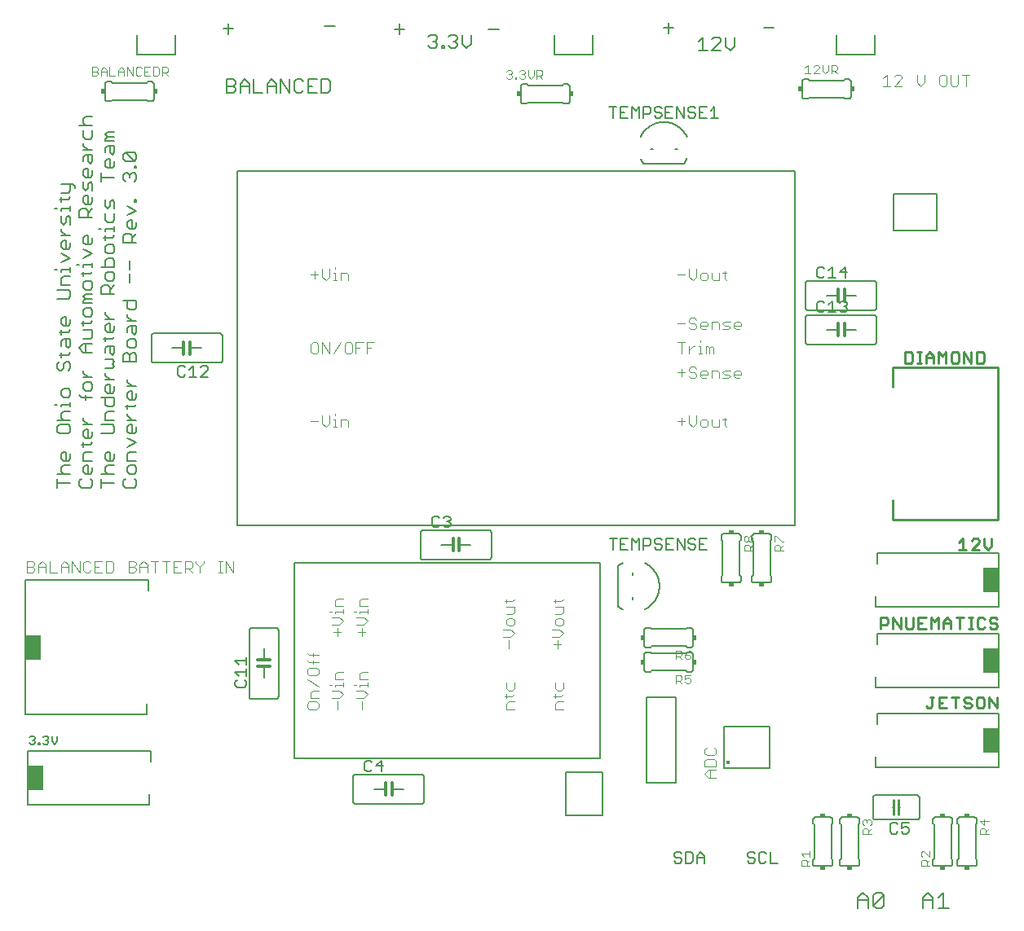
<source format=gto>
G75*
%MOIN*%
%OFA0B0*%
%FSLAX25Y25*%
%IPPOS*%
%LPD*%
%AMOC8*
5,1,8,0,0,1.08239X$1,22.5*
%
%ADD10C,0.00500*%
%ADD11C,0.00400*%
%ADD12C,0.00600*%
%ADD13C,0.00800*%
%ADD14R,0.05906X0.09843*%
%ADD15R,0.01500X0.02000*%
%ADD16C,0.00591*%
%ADD17C,0.01682*%
%ADD18R,0.02000X0.01500*%
%ADD19C,0.01000*%
%ADD20C,0.01200*%
%ADD21C,0.00700*%
D10*
X0113500Y0100000D02*
X0238500Y0100000D01*
X0238500Y0180000D01*
X0113500Y0180000D01*
X0113500Y0100000D01*
X0092999Y0129250D02*
X0093750Y0130001D01*
X0093750Y0131502D01*
X0092999Y0132253D01*
X0093750Y0133854D02*
X0093750Y0136856D01*
X0093750Y0135355D02*
X0089246Y0135355D01*
X0090747Y0133854D01*
X0089997Y0132253D02*
X0089246Y0131502D01*
X0089246Y0130001D01*
X0089997Y0129250D01*
X0092999Y0129250D01*
X0093750Y0138458D02*
X0093750Y0141460D01*
X0093750Y0139959D02*
X0089246Y0139959D01*
X0090747Y0138458D01*
X0142250Y0098503D02*
X0142250Y0095501D01*
X0143001Y0094750D01*
X0144502Y0094750D01*
X0145253Y0095501D01*
X0146854Y0097002D02*
X0149106Y0099254D01*
X0149106Y0094750D01*
X0149856Y0097002D02*
X0146854Y0097002D01*
X0145253Y0098503D02*
X0144502Y0099254D01*
X0143001Y0099254D01*
X0142250Y0098503D01*
X0170501Y0194750D02*
X0172002Y0194750D01*
X0172753Y0195501D01*
X0174354Y0195501D02*
X0175105Y0194750D01*
X0176606Y0194750D01*
X0177356Y0195501D01*
X0177356Y0196251D01*
X0176606Y0197002D01*
X0175855Y0197002D01*
X0176606Y0197002D02*
X0177356Y0197753D01*
X0177356Y0198503D01*
X0176606Y0199254D01*
X0175105Y0199254D01*
X0174354Y0198503D01*
X0172753Y0198503D02*
X0172002Y0199254D01*
X0170501Y0199254D01*
X0169750Y0198503D01*
X0169750Y0195501D01*
X0170501Y0194750D01*
X0242350Y0190054D02*
X0245353Y0190054D01*
X0243851Y0190054D02*
X0243851Y0185550D01*
X0246954Y0185550D02*
X0249956Y0185550D01*
X0251558Y0185550D02*
X0251558Y0190054D01*
X0253059Y0188553D01*
X0254560Y0190054D01*
X0254560Y0185550D01*
X0256162Y0185550D02*
X0256162Y0190054D01*
X0258414Y0190054D01*
X0259164Y0189303D01*
X0259164Y0187802D01*
X0258414Y0187051D01*
X0256162Y0187051D01*
X0260766Y0186301D02*
X0261516Y0185550D01*
X0263018Y0185550D01*
X0263768Y0186301D01*
X0263768Y0187051D01*
X0263018Y0187802D01*
X0261516Y0187802D01*
X0260766Y0188553D01*
X0260766Y0189303D01*
X0261516Y0190054D01*
X0263018Y0190054D01*
X0263768Y0189303D01*
X0265370Y0190054D02*
X0265370Y0185550D01*
X0268372Y0185550D01*
X0269974Y0185550D02*
X0269974Y0190054D01*
X0272976Y0185550D01*
X0272976Y0190054D01*
X0274577Y0189303D02*
X0274577Y0188553D01*
X0275328Y0187802D01*
X0276829Y0187802D01*
X0277580Y0187051D01*
X0277580Y0186301D01*
X0276829Y0185550D01*
X0275328Y0185550D01*
X0274577Y0186301D01*
X0274577Y0189303D02*
X0275328Y0190054D01*
X0276829Y0190054D01*
X0277580Y0189303D01*
X0279181Y0190054D02*
X0279181Y0185550D01*
X0282184Y0185550D01*
X0280683Y0187802D02*
X0279181Y0187802D01*
X0279181Y0190054D02*
X0282184Y0190054D01*
X0268372Y0190054D02*
X0265370Y0190054D01*
X0265370Y0187802D02*
X0266871Y0187802D01*
X0251700Y0176128D02*
X0251700Y0175072D01*
X0247728Y0180102D02*
X0247513Y0179998D01*
X0247300Y0179889D01*
X0247090Y0179775D01*
X0246883Y0179656D01*
X0246678Y0179533D01*
X0246476Y0179405D01*
X0246277Y0179272D01*
X0246082Y0179135D01*
X0245889Y0178994D01*
X0245700Y0178848D01*
X0245700Y0162352D01*
X0251700Y0165072D02*
X0251700Y0166128D01*
X0247822Y0161054D02*
X0247597Y0161161D01*
X0247374Y0161273D01*
X0247154Y0161390D01*
X0246937Y0161512D01*
X0246722Y0161640D01*
X0246511Y0161773D01*
X0246303Y0161910D01*
X0246099Y0162053D01*
X0245897Y0162200D01*
X0245700Y0162352D01*
X0256672Y0161100D02*
X0256902Y0161212D01*
X0257129Y0161329D01*
X0257353Y0161451D01*
X0257574Y0161579D01*
X0257791Y0161713D01*
X0258006Y0161851D01*
X0258217Y0161995D01*
X0258424Y0162144D01*
X0258628Y0162298D01*
X0258828Y0162456D01*
X0259024Y0162620D01*
X0259216Y0162788D01*
X0259404Y0162961D01*
X0259588Y0163139D01*
X0259767Y0163320D01*
X0259942Y0163507D01*
X0260112Y0163697D01*
X0260277Y0163891D01*
X0260438Y0164090D01*
X0260594Y0164292D01*
X0260745Y0164498D01*
X0260891Y0164708D01*
X0261031Y0164921D01*
X0261167Y0165137D01*
X0261297Y0165357D01*
X0261422Y0165580D01*
X0261541Y0165805D01*
X0261655Y0166034D01*
X0261763Y0166265D01*
X0261866Y0166499D01*
X0261963Y0166735D01*
X0262054Y0166974D01*
X0262139Y0167214D01*
X0262219Y0167457D01*
X0262292Y0167702D01*
X0262360Y0167948D01*
X0262421Y0168196D01*
X0262476Y0168445D01*
X0262526Y0168695D01*
X0262569Y0168947D01*
X0262606Y0169200D01*
X0262637Y0169453D01*
X0262662Y0169707D01*
X0262681Y0169962D01*
X0262693Y0170217D01*
X0262699Y0170472D01*
X0262699Y0170728D01*
X0262693Y0170983D01*
X0262681Y0171238D01*
X0262662Y0171493D01*
X0262637Y0171747D01*
X0262606Y0172000D01*
X0262569Y0172253D01*
X0262526Y0172505D01*
X0262476Y0172755D01*
X0262421Y0173004D01*
X0262360Y0173252D01*
X0262292Y0173498D01*
X0262219Y0173743D01*
X0262139Y0173986D01*
X0262054Y0174226D01*
X0261963Y0174465D01*
X0261866Y0174701D01*
X0261763Y0174935D01*
X0261655Y0175166D01*
X0261541Y0175395D01*
X0261422Y0175620D01*
X0261297Y0175843D01*
X0261167Y0176063D01*
X0261031Y0176279D01*
X0260891Y0176492D01*
X0260745Y0176702D01*
X0260594Y0176908D01*
X0260438Y0177110D01*
X0260277Y0177309D01*
X0260112Y0177503D01*
X0259942Y0177693D01*
X0259767Y0177880D01*
X0259588Y0178061D01*
X0259404Y0178239D01*
X0259216Y0178412D01*
X0259024Y0178580D01*
X0258828Y0178744D01*
X0258628Y0178902D01*
X0258424Y0179056D01*
X0258217Y0179205D01*
X0258006Y0179349D01*
X0257791Y0179487D01*
X0257574Y0179621D01*
X0257353Y0179749D01*
X0257129Y0179871D01*
X0256902Y0179988D01*
X0256672Y0180100D01*
X0248455Y0187802D02*
X0246954Y0187802D01*
X0246954Y0190054D02*
X0246954Y0185550D01*
X0246954Y0190054D02*
X0249956Y0190054D01*
X0318000Y0195500D02*
X0318000Y0340500D01*
X0090000Y0340500D01*
X0090000Y0195500D01*
X0318000Y0195500D01*
X0328001Y0282750D02*
X0329502Y0282750D01*
X0330253Y0283501D01*
X0331854Y0282750D02*
X0334856Y0282750D01*
X0333355Y0282750D02*
X0333355Y0287254D01*
X0331854Y0285753D01*
X0330253Y0286503D02*
X0329502Y0287254D01*
X0328001Y0287254D01*
X0327250Y0286503D01*
X0327250Y0283501D01*
X0328001Y0282750D01*
X0336458Y0283501D02*
X0337208Y0282750D01*
X0338710Y0282750D01*
X0339460Y0283501D01*
X0339460Y0284251D01*
X0338710Y0285002D01*
X0337959Y0285002D01*
X0338710Y0285002D02*
X0339460Y0285753D01*
X0339460Y0286503D01*
X0338710Y0287254D01*
X0337208Y0287254D01*
X0336458Y0286503D01*
X0334856Y0296750D02*
X0331854Y0296750D01*
X0333355Y0296750D02*
X0333355Y0301254D01*
X0331854Y0299753D01*
X0330253Y0300503D02*
X0329502Y0301254D01*
X0328001Y0301254D01*
X0327250Y0300503D01*
X0327250Y0297501D01*
X0328001Y0296750D01*
X0329502Y0296750D01*
X0330253Y0297501D01*
X0336458Y0299002D02*
X0339460Y0299002D01*
X0338710Y0296750D02*
X0338710Y0301254D01*
X0336458Y0299002D01*
X0272748Y0343500D02*
X0256252Y0343500D01*
X0258972Y0349500D02*
X0260028Y0349500D01*
X0254998Y0345528D02*
X0255102Y0345313D01*
X0255211Y0345100D01*
X0255325Y0344890D01*
X0255444Y0344683D01*
X0255567Y0344478D01*
X0255695Y0344276D01*
X0255828Y0344077D01*
X0255965Y0343882D01*
X0256106Y0343689D01*
X0256252Y0343500D01*
X0255000Y0354472D02*
X0255112Y0354702D01*
X0255229Y0354929D01*
X0255351Y0355153D01*
X0255479Y0355374D01*
X0255613Y0355591D01*
X0255751Y0355806D01*
X0255895Y0356017D01*
X0256044Y0356224D01*
X0256198Y0356428D01*
X0256356Y0356628D01*
X0256520Y0356824D01*
X0256688Y0357016D01*
X0256861Y0357204D01*
X0257039Y0357388D01*
X0257220Y0357567D01*
X0257407Y0357742D01*
X0257597Y0357912D01*
X0257791Y0358077D01*
X0257990Y0358238D01*
X0258192Y0358394D01*
X0258398Y0358545D01*
X0258608Y0358691D01*
X0258821Y0358831D01*
X0259037Y0358967D01*
X0259257Y0359097D01*
X0259480Y0359222D01*
X0259705Y0359341D01*
X0259934Y0359455D01*
X0260165Y0359563D01*
X0260399Y0359666D01*
X0260635Y0359763D01*
X0260874Y0359854D01*
X0261114Y0359939D01*
X0261357Y0360019D01*
X0261602Y0360092D01*
X0261848Y0360160D01*
X0262096Y0360221D01*
X0262345Y0360276D01*
X0262595Y0360326D01*
X0262847Y0360369D01*
X0263100Y0360406D01*
X0263353Y0360437D01*
X0263607Y0360462D01*
X0263862Y0360481D01*
X0264117Y0360493D01*
X0264372Y0360499D01*
X0264628Y0360499D01*
X0264883Y0360493D01*
X0265138Y0360481D01*
X0265393Y0360462D01*
X0265647Y0360437D01*
X0265900Y0360406D01*
X0266153Y0360369D01*
X0266405Y0360326D01*
X0266655Y0360276D01*
X0266904Y0360221D01*
X0267152Y0360160D01*
X0267398Y0360092D01*
X0267643Y0360019D01*
X0267886Y0359939D01*
X0268126Y0359854D01*
X0268365Y0359763D01*
X0268601Y0359666D01*
X0268835Y0359563D01*
X0269066Y0359455D01*
X0269295Y0359341D01*
X0269520Y0359222D01*
X0269743Y0359097D01*
X0269963Y0358967D01*
X0270179Y0358831D01*
X0270392Y0358691D01*
X0270602Y0358545D01*
X0270808Y0358394D01*
X0271010Y0358238D01*
X0271209Y0358077D01*
X0271403Y0357912D01*
X0271593Y0357742D01*
X0271780Y0357567D01*
X0271961Y0357388D01*
X0272139Y0357204D01*
X0272312Y0357016D01*
X0272480Y0356824D01*
X0272644Y0356628D01*
X0272802Y0356428D01*
X0272956Y0356224D01*
X0273105Y0356017D01*
X0273249Y0355806D01*
X0273387Y0355591D01*
X0273521Y0355374D01*
X0273649Y0355153D01*
X0273771Y0354929D01*
X0273888Y0354702D01*
X0274000Y0354472D01*
X0270028Y0349500D02*
X0268972Y0349500D01*
X0274046Y0345622D02*
X0273939Y0345397D01*
X0273827Y0345174D01*
X0273710Y0344954D01*
X0273588Y0344737D01*
X0273460Y0344522D01*
X0273327Y0344311D01*
X0273190Y0344103D01*
X0273047Y0343899D01*
X0272900Y0343697D01*
X0272748Y0343500D01*
X0272876Y0362250D02*
X0272876Y0366754D01*
X0274477Y0366003D02*
X0275228Y0366754D01*
X0276729Y0366754D01*
X0277480Y0366003D01*
X0276729Y0364502D02*
X0277480Y0363751D01*
X0277480Y0363001D01*
X0276729Y0362250D01*
X0275228Y0362250D01*
X0274477Y0363001D01*
X0275228Y0364502D02*
X0276729Y0364502D01*
X0275228Y0364502D02*
X0274477Y0365253D01*
X0274477Y0366003D01*
X0272876Y0362250D02*
X0269874Y0366754D01*
X0269874Y0362250D01*
X0268272Y0362250D02*
X0265270Y0362250D01*
X0265270Y0366754D01*
X0268272Y0366754D01*
X0266771Y0364502D02*
X0265270Y0364502D01*
X0263668Y0363751D02*
X0263668Y0363001D01*
X0262918Y0362250D01*
X0261416Y0362250D01*
X0260666Y0363001D01*
X0261416Y0364502D02*
X0262918Y0364502D01*
X0263668Y0363751D01*
X0263668Y0366003D02*
X0262918Y0366754D01*
X0261416Y0366754D01*
X0260666Y0366003D01*
X0260666Y0365253D01*
X0261416Y0364502D01*
X0259064Y0364502D02*
X0258314Y0363751D01*
X0256062Y0363751D01*
X0256062Y0362250D02*
X0256062Y0366754D01*
X0258314Y0366754D01*
X0259064Y0366003D01*
X0259064Y0364502D01*
X0254460Y0366754D02*
X0254460Y0362250D01*
X0251458Y0362250D02*
X0251458Y0366754D01*
X0252959Y0365253D01*
X0254460Y0366754D01*
X0249856Y0366754D02*
X0246854Y0366754D01*
X0246854Y0362250D01*
X0249856Y0362250D01*
X0248355Y0364502D02*
X0246854Y0364502D01*
X0245253Y0366754D02*
X0242250Y0366754D01*
X0243751Y0366754D02*
X0243751Y0362250D01*
X0279081Y0362250D02*
X0282084Y0362250D01*
X0283685Y0362250D02*
X0286688Y0362250D01*
X0285187Y0362250D02*
X0285187Y0366754D01*
X0283685Y0365253D01*
X0282084Y0366754D02*
X0279081Y0366754D01*
X0279081Y0362250D01*
X0279081Y0364502D02*
X0280583Y0364502D01*
X0280585Y0389750D02*
X0280585Y0395255D01*
X0278750Y0393420D01*
X0278750Y0389750D02*
X0282420Y0389750D01*
X0284275Y0389750D02*
X0287945Y0393420D01*
X0287945Y0394337D01*
X0287027Y0395255D01*
X0285192Y0395255D01*
X0284275Y0394337D01*
X0284275Y0389750D02*
X0287945Y0389750D01*
X0289799Y0391585D02*
X0291634Y0389750D01*
X0293469Y0391585D01*
X0293469Y0395255D01*
X0289799Y0395255D02*
X0289799Y0391585D01*
X0185732Y0392585D02*
X0185732Y0396255D01*
X0185732Y0392585D02*
X0183897Y0390750D01*
X0182062Y0392585D01*
X0182062Y0396255D01*
X0180207Y0395337D02*
X0180207Y0394420D01*
X0179289Y0393502D01*
X0180207Y0392585D01*
X0180207Y0391667D01*
X0179289Y0390750D01*
X0177455Y0390750D01*
X0176537Y0391667D01*
X0174692Y0391667D02*
X0174692Y0390750D01*
X0173775Y0390750D01*
X0173775Y0391667D01*
X0174692Y0391667D01*
X0171920Y0391667D02*
X0171002Y0390750D01*
X0169167Y0390750D01*
X0168250Y0391667D01*
X0170085Y0393502D02*
X0171002Y0393502D01*
X0171920Y0392585D01*
X0171920Y0391667D01*
X0171002Y0393502D02*
X0171920Y0394420D01*
X0171920Y0395337D01*
X0171002Y0396255D01*
X0169167Y0396255D01*
X0168250Y0395337D01*
X0176537Y0395337D02*
X0177455Y0396255D01*
X0179289Y0396255D01*
X0180207Y0395337D01*
X0179289Y0393502D02*
X0178372Y0393502D01*
X0128193Y0377037D02*
X0128193Y0373367D01*
X0127275Y0372450D01*
X0124523Y0372450D01*
X0124523Y0377955D01*
X0127275Y0377955D01*
X0128193Y0377037D01*
X0122668Y0377955D02*
X0118998Y0377955D01*
X0118998Y0372450D01*
X0122668Y0372450D01*
X0120833Y0375202D02*
X0118998Y0375202D01*
X0117143Y0373367D02*
X0116226Y0372450D01*
X0114391Y0372450D01*
X0113474Y0373367D01*
X0113474Y0377037D01*
X0114391Y0377955D01*
X0116226Y0377955D01*
X0117143Y0377037D01*
X0111619Y0377955D02*
X0111619Y0372450D01*
X0107949Y0377955D01*
X0107949Y0372450D01*
X0106094Y0372450D02*
X0106094Y0376120D01*
X0104259Y0377955D01*
X0102424Y0376120D01*
X0102424Y0372450D01*
X0100569Y0372450D02*
X0096899Y0372450D01*
X0096899Y0377955D01*
X0095045Y0376120D02*
X0095045Y0372450D01*
X0095045Y0375202D02*
X0091375Y0375202D01*
X0091375Y0376120D02*
X0093210Y0377955D01*
X0095045Y0376120D01*
X0091375Y0376120D02*
X0091375Y0372450D01*
X0089520Y0373367D02*
X0088602Y0372450D01*
X0085850Y0372450D01*
X0085850Y0377955D01*
X0088602Y0377955D01*
X0089520Y0377037D01*
X0089520Y0376120D01*
X0088602Y0375202D01*
X0085850Y0375202D01*
X0088602Y0375202D02*
X0089520Y0374285D01*
X0089520Y0373367D01*
X0102424Y0375202D02*
X0106094Y0375202D01*
X0048950Y0347116D02*
X0048950Y0345281D01*
X0048033Y0344364D01*
X0044363Y0348034D01*
X0048033Y0348034D01*
X0048950Y0347116D01*
X0048033Y0344364D02*
X0044363Y0344364D01*
X0043445Y0345281D01*
X0043445Y0347116D01*
X0044363Y0348034D01*
X0039950Y0348044D02*
X0039950Y0350796D01*
X0037198Y0350796D01*
X0036280Y0349879D01*
X0036280Y0348044D01*
X0038115Y0348044D02*
X0038115Y0350796D01*
X0039950Y0352651D02*
X0036280Y0352651D01*
X0036280Y0353569D01*
X0037198Y0354486D01*
X0036280Y0355403D01*
X0037198Y0356321D01*
X0039950Y0356321D01*
X0039950Y0354486D02*
X0037198Y0354486D01*
X0030950Y0354489D02*
X0030033Y0353572D01*
X0028198Y0353572D01*
X0027280Y0354489D01*
X0027280Y0357242D01*
X0028198Y0359097D02*
X0027280Y0360014D01*
X0027280Y0361849D01*
X0028198Y0362766D01*
X0030950Y0362766D01*
X0030950Y0359097D02*
X0025445Y0359097D01*
X0030950Y0357242D02*
X0030950Y0354489D01*
X0027280Y0351720D02*
X0027280Y0350803D01*
X0029115Y0348968D01*
X0030950Y0348968D02*
X0027280Y0348968D01*
X0028198Y0347113D02*
X0030950Y0347113D01*
X0030950Y0344361D01*
X0030033Y0343443D01*
X0029115Y0344361D01*
X0029115Y0347113D01*
X0028198Y0347113D02*
X0027280Y0346196D01*
X0027280Y0344361D01*
X0028198Y0341588D02*
X0029115Y0341588D01*
X0029115Y0337918D01*
X0028198Y0337918D02*
X0030033Y0337918D01*
X0030950Y0338836D01*
X0030950Y0340671D01*
X0028198Y0341588D02*
X0027280Y0340671D01*
X0027280Y0338836D01*
X0028198Y0337918D01*
X0027280Y0336064D02*
X0027280Y0333311D01*
X0028198Y0332394D01*
X0029115Y0333311D01*
X0029115Y0335146D01*
X0030033Y0336064D01*
X0030950Y0335146D01*
X0030950Y0332394D01*
X0029115Y0330539D02*
X0029115Y0326869D01*
X0028198Y0326869D02*
X0030033Y0326869D01*
X0030950Y0327786D01*
X0030950Y0329621D01*
X0029115Y0330539D02*
X0028198Y0330539D01*
X0027280Y0329621D01*
X0027280Y0327786D01*
X0028198Y0326869D01*
X0028198Y0325014D02*
X0029115Y0324097D01*
X0029115Y0321344D01*
X0030950Y0321344D02*
X0025445Y0321344D01*
X0025445Y0324097D01*
X0026363Y0325014D01*
X0028198Y0325014D01*
X0029115Y0323179D02*
X0030950Y0325014D01*
X0036280Y0325945D02*
X0036280Y0328697D01*
X0038115Y0327780D02*
X0038115Y0325945D01*
X0037198Y0325027D01*
X0036280Y0325945D01*
X0038115Y0327780D02*
X0039033Y0328697D01*
X0039950Y0327780D01*
X0039950Y0325027D01*
X0039950Y0323173D02*
X0039950Y0320420D01*
X0039033Y0319503D01*
X0037198Y0319503D01*
X0036280Y0320420D01*
X0036280Y0323173D01*
X0039950Y0317655D02*
X0039950Y0315820D01*
X0039950Y0316737D02*
X0036280Y0316737D01*
X0036280Y0315820D01*
X0036280Y0313971D02*
X0036280Y0312136D01*
X0035363Y0313054D02*
X0039033Y0313054D01*
X0039950Y0313971D01*
X0043445Y0313968D02*
X0043445Y0311216D01*
X0048950Y0311216D01*
X0047115Y0311216D02*
X0047115Y0313968D01*
X0046198Y0314885D01*
X0044363Y0314885D01*
X0043445Y0313968D01*
X0047115Y0313051D02*
X0048950Y0314885D01*
X0048033Y0316740D02*
X0048950Y0317658D01*
X0048950Y0319493D01*
X0047115Y0320410D02*
X0047115Y0316740D01*
X0046198Y0316740D02*
X0045280Y0317658D01*
X0045280Y0319493D01*
X0046198Y0320410D01*
X0047115Y0320410D01*
X0045280Y0322265D02*
X0048950Y0324100D01*
X0045280Y0325935D01*
X0048033Y0327790D02*
X0048033Y0328707D01*
X0048950Y0328707D01*
X0048950Y0327790D01*
X0048033Y0327790D01*
X0048033Y0336077D02*
X0048950Y0336994D01*
X0048950Y0338829D01*
X0048033Y0339747D01*
X0047115Y0339747D01*
X0046198Y0338829D01*
X0046198Y0337912D01*
X0046198Y0338829D02*
X0045280Y0339747D01*
X0044363Y0339747D01*
X0043445Y0338829D01*
X0043445Y0336994D01*
X0044363Y0336077D01*
X0039950Y0337912D02*
X0034445Y0337912D01*
X0034445Y0336077D02*
X0034445Y0339747D01*
X0037198Y0341602D02*
X0036280Y0342519D01*
X0036280Y0344354D01*
X0037198Y0345271D01*
X0038115Y0345271D01*
X0038115Y0341602D01*
X0037198Y0341602D02*
X0039033Y0341602D01*
X0039950Y0342519D01*
X0039950Y0344354D01*
X0039033Y0347126D02*
X0038115Y0348044D01*
X0039033Y0347126D02*
X0039950Y0348044D01*
X0048033Y0342519D02*
X0048033Y0341602D01*
X0048950Y0341602D01*
X0048950Y0342519D01*
X0048033Y0342519D01*
X0023785Y0334225D02*
X0023785Y0333308D01*
X0023785Y0334225D02*
X0022867Y0335143D01*
X0018280Y0335143D01*
X0021950Y0335143D02*
X0021950Y0332390D01*
X0021033Y0331473D01*
X0018280Y0331473D01*
X0018280Y0329625D02*
X0018280Y0327790D01*
X0017363Y0328707D02*
X0021033Y0328707D01*
X0021950Y0329625D01*
X0021950Y0325942D02*
X0021950Y0324107D01*
X0021950Y0325024D02*
X0018280Y0325024D01*
X0018280Y0324107D01*
X0018280Y0322252D02*
X0018280Y0319499D01*
X0019198Y0318582D01*
X0020115Y0319499D01*
X0020115Y0321334D01*
X0021033Y0322252D01*
X0021950Y0321334D01*
X0021950Y0318582D01*
X0018280Y0316730D02*
X0018280Y0315813D01*
X0020115Y0313978D01*
X0021950Y0313978D02*
X0018280Y0313978D01*
X0019198Y0312123D02*
X0020115Y0312123D01*
X0020115Y0308453D01*
X0019198Y0308453D02*
X0018280Y0309371D01*
X0018280Y0311206D01*
X0019198Y0312123D01*
X0021950Y0311206D02*
X0021950Y0309371D01*
X0021033Y0308453D01*
X0019198Y0308453D01*
X0018280Y0306598D02*
X0021950Y0304764D01*
X0018280Y0302929D01*
X0018280Y0300163D02*
X0021950Y0300163D01*
X0021950Y0301080D02*
X0021950Y0299245D01*
X0021950Y0297391D02*
X0019198Y0297391D01*
X0018280Y0296473D01*
X0018280Y0293721D01*
X0021950Y0293721D01*
X0021033Y0291866D02*
X0016445Y0291866D01*
X0016445Y0288196D02*
X0021033Y0288196D01*
X0021950Y0289113D01*
X0021950Y0290948D01*
X0021033Y0291866D01*
X0027280Y0292797D02*
X0027280Y0294632D01*
X0028198Y0295549D01*
X0030033Y0295549D01*
X0030950Y0294632D01*
X0030950Y0292797D01*
X0030033Y0291879D01*
X0028198Y0291879D01*
X0027280Y0292797D01*
X0028198Y0290024D02*
X0030950Y0290024D01*
X0030950Y0288189D02*
X0028198Y0288189D01*
X0027280Y0289107D01*
X0028198Y0290024D01*
X0028198Y0288189D02*
X0027280Y0287272D01*
X0027280Y0286354D01*
X0030950Y0286354D01*
X0030033Y0284500D02*
X0028198Y0284500D01*
X0027280Y0283582D01*
X0027280Y0281747D01*
X0028198Y0280830D01*
X0030033Y0280830D01*
X0030950Y0281747D01*
X0030950Y0283582D01*
X0030033Y0284500D01*
X0030950Y0278981D02*
X0030033Y0278064D01*
X0026363Y0278064D01*
X0027280Y0277147D02*
X0027280Y0278981D01*
X0027280Y0275292D02*
X0030950Y0275292D01*
X0030950Y0272539D01*
X0030033Y0271622D01*
X0027280Y0271622D01*
X0027280Y0269767D02*
X0030950Y0269767D01*
X0028198Y0269767D02*
X0028198Y0266097D01*
X0027280Y0266097D02*
X0025445Y0267932D01*
X0027280Y0269767D01*
X0027280Y0266097D02*
X0030950Y0266097D01*
X0036280Y0266094D02*
X0036280Y0267929D01*
X0037198Y0268846D01*
X0039950Y0268846D01*
X0039950Y0266094D01*
X0039033Y0265176D01*
X0038115Y0266094D01*
X0038115Y0268846D01*
X0036280Y0270701D02*
X0036280Y0272536D01*
X0035363Y0271619D02*
X0039033Y0271619D01*
X0039950Y0272536D01*
X0039033Y0274384D02*
X0037198Y0274384D01*
X0036280Y0275302D01*
X0036280Y0277137D01*
X0037198Y0278054D01*
X0038115Y0278054D01*
X0038115Y0274384D01*
X0039033Y0274384D02*
X0039950Y0275302D01*
X0039950Y0277137D01*
X0039950Y0279909D02*
X0036280Y0279909D01*
X0036280Y0281744D02*
X0036280Y0282661D01*
X0036280Y0281744D02*
X0038115Y0279909D01*
X0045280Y0280823D02*
X0045280Y0281741D01*
X0045280Y0280823D02*
X0047115Y0278988D01*
X0048950Y0278988D02*
X0045280Y0278988D01*
X0046198Y0277133D02*
X0048950Y0277133D01*
X0048950Y0274381D01*
X0048033Y0273463D01*
X0047115Y0274381D01*
X0047115Y0277133D01*
X0046198Y0277133D02*
X0045280Y0276216D01*
X0045280Y0274381D01*
X0046198Y0271609D02*
X0045280Y0270691D01*
X0045280Y0268856D01*
X0046198Y0267939D01*
X0048033Y0267939D01*
X0048950Y0268856D01*
X0048950Y0270691D01*
X0048033Y0271609D01*
X0046198Y0271609D01*
X0047115Y0266084D02*
X0048033Y0266084D01*
X0048950Y0265166D01*
X0048950Y0262414D01*
X0043445Y0262414D01*
X0043445Y0265166D01*
X0044363Y0266084D01*
X0045280Y0266084D01*
X0046198Y0265166D01*
X0046198Y0262414D01*
X0046198Y0265166D02*
X0047115Y0266084D01*
X0039950Y0262404D02*
X0039033Y0263321D01*
X0036280Y0263321D01*
X0039033Y0261487D02*
X0039950Y0262404D01*
X0039033Y0261487D02*
X0039950Y0260569D01*
X0039033Y0259652D01*
X0036280Y0259652D01*
X0036280Y0257800D02*
X0036280Y0256883D01*
X0038115Y0255048D01*
X0039950Y0255048D02*
X0036280Y0255048D01*
X0037198Y0253193D02*
X0036280Y0252275D01*
X0036280Y0250440D01*
X0037198Y0249523D01*
X0039033Y0249523D01*
X0039950Y0250440D01*
X0039950Y0252275D01*
X0038115Y0253193D02*
X0038115Y0249523D01*
X0036280Y0247668D02*
X0036280Y0244916D01*
X0037198Y0243998D01*
X0039033Y0243998D01*
X0039950Y0244916D01*
X0039950Y0247668D01*
X0034445Y0247668D01*
X0030950Y0247678D02*
X0026363Y0247678D01*
X0025445Y0248596D01*
X0028198Y0248596D02*
X0028198Y0246761D01*
X0028198Y0250444D02*
X0030033Y0250444D01*
X0030950Y0251361D01*
X0030950Y0253196D01*
X0030033Y0254114D01*
X0028198Y0254114D01*
X0027280Y0253196D01*
X0027280Y0251361D01*
X0028198Y0250444D01*
X0029115Y0255969D02*
X0027280Y0257803D01*
X0027280Y0258721D01*
X0027280Y0255969D02*
X0030950Y0255969D01*
X0037198Y0253193D02*
X0038115Y0253193D01*
X0045280Y0252285D02*
X0048950Y0252285D01*
X0047115Y0252285D02*
X0045280Y0254120D01*
X0045280Y0255038D01*
X0046198Y0250430D02*
X0047115Y0250430D01*
X0047115Y0246761D01*
X0046198Y0246761D02*
X0045280Y0247678D01*
X0045280Y0249513D01*
X0046198Y0250430D01*
X0048950Y0249513D02*
X0048950Y0247678D01*
X0048033Y0246761D01*
X0046198Y0246761D01*
X0045280Y0244912D02*
X0045280Y0243078D01*
X0044363Y0243995D02*
X0048033Y0243995D01*
X0048950Y0244912D01*
X0045280Y0241226D02*
X0045280Y0240308D01*
X0047115Y0238474D01*
X0048950Y0238474D02*
X0045280Y0238474D01*
X0046198Y0236619D02*
X0047115Y0236619D01*
X0047115Y0232949D01*
X0046198Y0232949D02*
X0045280Y0233866D01*
X0045280Y0235701D01*
X0046198Y0236619D01*
X0048950Y0235701D02*
X0048950Y0233866D01*
X0048033Y0232949D01*
X0046198Y0232949D01*
X0045280Y0231094D02*
X0048950Y0229259D01*
X0045280Y0227424D01*
X0046198Y0225569D02*
X0048950Y0225569D01*
X0046198Y0225569D02*
X0045280Y0224652D01*
X0045280Y0221899D01*
X0048950Y0221899D01*
X0048033Y0220045D02*
X0048950Y0219127D01*
X0048950Y0217292D01*
X0048033Y0216375D01*
X0046198Y0216375D01*
X0045280Y0217292D01*
X0045280Y0219127D01*
X0046198Y0220045D01*
X0048033Y0220045D01*
X0048033Y0214520D02*
X0048950Y0213602D01*
X0048950Y0211767D01*
X0048033Y0210850D01*
X0044363Y0210850D01*
X0043445Y0211767D01*
X0043445Y0213602D01*
X0044363Y0214520D01*
X0039950Y0212685D02*
X0034445Y0212685D01*
X0034445Y0210850D02*
X0034445Y0214520D01*
X0034445Y0216375D02*
X0039950Y0216375D01*
X0037198Y0216375D02*
X0036280Y0217292D01*
X0036280Y0219127D01*
X0037198Y0220045D01*
X0039950Y0220045D01*
X0039033Y0221899D02*
X0037198Y0221899D01*
X0036280Y0222817D01*
X0036280Y0224652D01*
X0037198Y0225569D01*
X0038115Y0225569D01*
X0038115Y0221899D01*
X0039033Y0221899D02*
X0039950Y0222817D01*
X0039950Y0224652D01*
X0039033Y0232949D02*
X0034445Y0232949D01*
X0030950Y0233860D02*
X0030950Y0232025D01*
X0030033Y0231107D01*
X0028198Y0231107D01*
X0027280Y0232025D01*
X0027280Y0233860D01*
X0028198Y0234777D01*
X0029115Y0234777D01*
X0029115Y0231107D01*
X0027280Y0229259D02*
X0027280Y0227424D01*
X0026363Y0228342D02*
X0030033Y0228342D01*
X0030950Y0229259D01*
X0030950Y0225569D02*
X0028198Y0225569D01*
X0027280Y0224652D01*
X0027280Y0221899D01*
X0030950Y0221899D01*
X0029115Y0220045D02*
X0029115Y0216375D01*
X0028198Y0216375D02*
X0030033Y0216375D01*
X0030950Y0217292D01*
X0030950Y0219127D01*
X0029115Y0220045D02*
X0028198Y0220045D01*
X0027280Y0219127D01*
X0027280Y0217292D01*
X0028198Y0216375D01*
X0030033Y0214520D02*
X0030950Y0213602D01*
X0030950Y0211767D01*
X0030033Y0210850D01*
X0026363Y0210850D01*
X0025445Y0211767D01*
X0025445Y0213602D01*
X0026363Y0214520D01*
X0021950Y0212685D02*
X0016445Y0212685D01*
X0016445Y0210850D02*
X0016445Y0214520D01*
X0016445Y0216375D02*
X0021950Y0216375D01*
X0019198Y0216375D02*
X0018280Y0217292D01*
X0018280Y0219127D01*
X0019198Y0220045D01*
X0021950Y0220045D01*
X0021033Y0221899D02*
X0019198Y0221899D01*
X0018280Y0222817D01*
X0018280Y0224652D01*
X0019198Y0225569D01*
X0020115Y0225569D01*
X0020115Y0221899D01*
X0021033Y0221899D02*
X0021950Y0222817D01*
X0021950Y0224652D01*
X0021033Y0232949D02*
X0017363Y0232949D01*
X0016445Y0233866D01*
X0016445Y0235701D01*
X0017363Y0236619D01*
X0021033Y0236619D01*
X0021950Y0235701D01*
X0021950Y0233866D01*
X0021033Y0232949D01*
X0021950Y0238474D02*
X0016445Y0238474D01*
X0018280Y0239391D02*
X0018280Y0241226D01*
X0019198Y0242143D01*
X0021950Y0242143D01*
X0021950Y0243998D02*
X0021950Y0245833D01*
X0021950Y0244916D02*
X0018280Y0244916D01*
X0018280Y0243998D01*
X0016445Y0244916D02*
X0015528Y0244916D01*
X0019198Y0247681D02*
X0018280Y0248599D01*
X0018280Y0250434D01*
X0019198Y0251351D01*
X0021033Y0251351D01*
X0021950Y0250434D01*
X0021950Y0248599D01*
X0021033Y0247681D01*
X0019198Y0247681D01*
X0018280Y0239391D02*
X0019198Y0238474D01*
X0027280Y0238467D02*
X0027280Y0239384D01*
X0027280Y0238467D02*
X0029115Y0236632D01*
X0030950Y0236632D02*
X0027280Y0236632D01*
X0034445Y0236619D02*
X0039033Y0236619D01*
X0039950Y0235701D01*
X0039950Y0233866D01*
X0039033Y0232949D01*
X0039950Y0238474D02*
X0036280Y0238474D01*
X0036280Y0241226D01*
X0037198Y0242143D01*
X0039950Y0242143D01*
X0021950Y0259648D02*
X0021033Y0258731D01*
X0021950Y0259648D02*
X0021950Y0261483D01*
X0021033Y0262401D01*
X0020115Y0262401D01*
X0019198Y0261483D01*
X0019198Y0259648D01*
X0018280Y0258731D01*
X0017363Y0258731D01*
X0016445Y0259648D01*
X0016445Y0261483D01*
X0017363Y0262401D01*
X0018280Y0264256D02*
X0018280Y0266090D01*
X0017363Y0265173D02*
X0021033Y0265173D01*
X0021950Y0266090D01*
X0021033Y0267939D02*
X0020115Y0268856D01*
X0020115Y0271609D01*
X0019198Y0271609D02*
X0021950Y0271609D01*
X0021950Y0268856D01*
X0021033Y0267939D01*
X0018280Y0268856D02*
X0018280Y0270691D01*
X0019198Y0271609D01*
X0018280Y0273463D02*
X0018280Y0275298D01*
X0017363Y0274381D02*
X0021033Y0274381D01*
X0021950Y0275298D01*
X0021033Y0277147D02*
X0019198Y0277147D01*
X0018280Y0278064D01*
X0018280Y0279899D01*
X0019198Y0280816D01*
X0020115Y0280816D01*
X0020115Y0277147D01*
X0021033Y0277147D02*
X0021950Y0278064D01*
X0021950Y0279899D01*
X0034445Y0290038D02*
X0034445Y0292790D01*
X0035363Y0293707D01*
X0037198Y0293707D01*
X0038115Y0292790D01*
X0038115Y0290038D01*
X0038115Y0291872D02*
X0039950Y0293707D01*
X0039033Y0295562D02*
X0039950Y0296480D01*
X0039950Y0298315D01*
X0039033Y0299232D01*
X0037198Y0299232D01*
X0036280Y0298315D01*
X0036280Y0296480D01*
X0037198Y0295562D01*
X0039033Y0295562D01*
X0039950Y0290038D02*
X0034445Y0290038D01*
X0030033Y0298321D02*
X0026363Y0298321D01*
X0027280Y0297404D02*
X0027280Y0299239D01*
X0027280Y0301087D02*
X0027280Y0302004D01*
X0030950Y0302004D01*
X0030950Y0301087D02*
X0030950Y0302922D01*
X0030950Y0306605D02*
X0027280Y0308440D01*
X0028198Y0310295D02*
X0027280Y0311212D01*
X0027280Y0313047D01*
X0028198Y0313965D01*
X0029115Y0313965D01*
X0029115Y0310295D01*
X0028198Y0310295D02*
X0030033Y0310295D01*
X0030950Y0311212D01*
X0030950Y0313047D01*
X0033528Y0316737D02*
X0034445Y0316737D01*
X0037198Y0310282D02*
X0036280Y0309364D01*
X0036280Y0307529D01*
X0037198Y0306612D01*
X0039033Y0306612D01*
X0039950Y0307529D01*
X0039950Y0309364D01*
X0039033Y0310282D01*
X0037198Y0310282D01*
X0037198Y0304757D02*
X0036280Y0303839D01*
X0036280Y0301087D01*
X0034445Y0301087D02*
X0039950Y0301087D01*
X0039950Y0303839D01*
X0039033Y0304757D01*
X0037198Y0304757D01*
X0030950Y0306605D02*
X0027280Y0304770D01*
X0025445Y0302004D02*
X0024528Y0302004D01*
X0030033Y0298321D02*
X0030950Y0299239D01*
X0018280Y0299245D02*
X0018280Y0300163D01*
X0016445Y0300163D02*
X0015528Y0300163D01*
X0015528Y0325024D02*
X0016445Y0325024D01*
X0046198Y0316740D02*
X0048033Y0316740D01*
X0046198Y0303836D02*
X0046198Y0300166D01*
X0046198Y0298311D02*
X0046198Y0294642D01*
X0045280Y0287262D02*
X0045280Y0284510D01*
X0046198Y0283592D01*
X0048033Y0283592D01*
X0048950Y0284510D01*
X0048950Y0287262D01*
X0043445Y0287262D01*
X0066689Y0260754D02*
X0065938Y0260003D01*
X0065938Y0257001D01*
X0066689Y0256250D01*
X0068190Y0256250D01*
X0068941Y0257001D01*
X0070542Y0256250D02*
X0073545Y0256250D01*
X0072043Y0256250D02*
X0072043Y0260754D01*
X0070542Y0259253D01*
X0068941Y0260003D02*
X0068190Y0260754D01*
X0066689Y0260754D01*
X0075146Y0260003D02*
X0075897Y0260754D01*
X0077398Y0260754D01*
X0078149Y0260003D01*
X0078149Y0259253D01*
X0075146Y0256250D01*
X0078149Y0256250D01*
X0269501Y0061754D02*
X0268750Y0061003D01*
X0268750Y0060253D01*
X0269501Y0059502D01*
X0271002Y0059502D01*
X0271753Y0058751D01*
X0271753Y0058001D01*
X0271002Y0057250D01*
X0269501Y0057250D01*
X0268750Y0058001D01*
X0269501Y0061754D02*
X0271002Y0061754D01*
X0271753Y0061003D01*
X0273354Y0061754D02*
X0273354Y0057250D01*
X0275606Y0057250D01*
X0276356Y0058001D01*
X0276356Y0061003D01*
X0275606Y0061754D01*
X0273354Y0061754D01*
X0277958Y0060253D02*
X0279459Y0061754D01*
X0280960Y0060253D01*
X0280960Y0057250D01*
X0280960Y0059502D02*
X0277958Y0059502D01*
X0277958Y0060253D02*
X0277958Y0057250D01*
X0298750Y0058001D02*
X0299501Y0057250D01*
X0301002Y0057250D01*
X0301753Y0058001D01*
X0301753Y0058751D01*
X0301002Y0059502D01*
X0299501Y0059502D01*
X0298750Y0060253D01*
X0298750Y0061003D01*
X0299501Y0061754D01*
X0301002Y0061754D01*
X0301753Y0061003D01*
X0303354Y0061003D02*
X0303354Y0058001D01*
X0304105Y0057250D01*
X0305606Y0057250D01*
X0306356Y0058001D01*
X0307958Y0057250D02*
X0310960Y0057250D01*
X0307958Y0057250D02*
X0307958Y0061754D01*
X0306356Y0061003D02*
X0305606Y0061754D01*
X0304105Y0061754D01*
X0303354Y0061003D01*
X0357042Y0070001D02*
X0357793Y0069250D01*
X0359294Y0069250D01*
X0360045Y0070001D01*
X0361646Y0070001D02*
X0362397Y0069250D01*
X0363898Y0069250D01*
X0364649Y0070001D01*
X0364649Y0071502D01*
X0363898Y0072253D01*
X0363147Y0072253D01*
X0361646Y0071502D01*
X0361646Y0073754D01*
X0364649Y0073754D01*
X0360045Y0073003D02*
X0359294Y0073754D01*
X0357793Y0073754D01*
X0357042Y0073003D01*
X0357042Y0070001D01*
D11*
X0349300Y0069018D02*
X0345797Y0069018D01*
X0345797Y0070769D01*
X0346381Y0071353D01*
X0347549Y0071353D01*
X0348132Y0070769D01*
X0348132Y0069018D01*
X0348132Y0070186D02*
X0349300Y0071353D01*
X0348716Y0072609D02*
X0349300Y0073193D01*
X0349300Y0074360D01*
X0348716Y0074944D01*
X0348132Y0074944D01*
X0347549Y0074360D01*
X0347549Y0073777D01*
X0347549Y0074360D02*
X0346965Y0074944D01*
X0346381Y0074944D01*
X0345797Y0074360D01*
X0345797Y0073193D01*
X0346381Y0072609D01*
X0324200Y0062126D02*
X0324200Y0059791D01*
X0324200Y0060959D02*
X0320697Y0060959D01*
X0321865Y0059791D01*
X0322449Y0058535D02*
X0323032Y0057951D01*
X0323032Y0056200D01*
X0323032Y0057368D02*
X0324200Y0058535D01*
X0322449Y0058535D02*
X0321281Y0058535D01*
X0320697Y0057951D01*
X0320697Y0056200D01*
X0324200Y0056200D01*
X0285800Y0092200D02*
X0282731Y0092200D01*
X0281196Y0093735D01*
X0282731Y0095269D01*
X0285800Y0095269D01*
X0285800Y0096804D02*
X0285800Y0099106D01*
X0285033Y0099873D01*
X0281963Y0099873D01*
X0281196Y0099106D01*
X0281196Y0096804D01*
X0285800Y0096804D01*
X0283498Y0095269D02*
X0283498Y0092200D01*
X0281963Y0101408D02*
X0285033Y0101408D01*
X0285800Y0102175D01*
X0285800Y0103710D01*
X0285033Y0104477D01*
X0281963Y0104477D02*
X0281196Y0103710D01*
X0281196Y0102175D01*
X0281963Y0101408D01*
X0274860Y0130700D02*
X0273693Y0130700D01*
X0273109Y0131284D01*
X0273109Y0132451D02*
X0274277Y0133035D01*
X0274860Y0133035D01*
X0275444Y0132451D01*
X0275444Y0131284D01*
X0274860Y0130700D01*
X0273109Y0132451D02*
X0273109Y0134203D01*
X0275444Y0134203D01*
X0271853Y0133619D02*
X0271853Y0132451D01*
X0271269Y0131868D01*
X0269518Y0131868D01*
X0270686Y0131868D02*
X0271853Y0130700D01*
X0269518Y0130700D02*
X0269518Y0134203D01*
X0271269Y0134203D01*
X0271853Y0133619D01*
X0271853Y0140700D02*
X0270686Y0141868D01*
X0271269Y0141868D02*
X0269518Y0141868D01*
X0269518Y0140700D02*
X0269518Y0144203D01*
X0271269Y0144203D01*
X0271853Y0143619D01*
X0271853Y0142451D01*
X0271269Y0141868D01*
X0273109Y0142451D02*
X0274860Y0142451D01*
X0275444Y0141868D01*
X0275444Y0141284D01*
X0274860Y0140700D01*
X0273693Y0140700D01*
X0273109Y0141284D01*
X0273109Y0142451D01*
X0274277Y0143619D01*
X0275444Y0144203D01*
X0297297Y0185018D02*
X0297297Y0186769D01*
X0297881Y0187353D01*
X0299049Y0187353D01*
X0299632Y0186769D01*
X0299632Y0185018D01*
X0299632Y0186186D02*
X0300800Y0187353D01*
X0300216Y0188609D02*
X0299632Y0188609D01*
X0299049Y0189193D01*
X0299049Y0190360D01*
X0299632Y0190944D01*
X0300216Y0190944D01*
X0300800Y0190360D01*
X0300800Y0189193D01*
X0300216Y0188609D01*
X0299049Y0189193D02*
X0298465Y0188609D01*
X0297881Y0188609D01*
X0297297Y0189193D01*
X0297297Y0190360D01*
X0297881Y0190944D01*
X0298465Y0190944D01*
X0299049Y0190360D01*
X0300800Y0185018D02*
X0297297Y0185018D01*
X0309797Y0185018D02*
X0309797Y0186769D01*
X0310381Y0187353D01*
X0311549Y0187353D01*
X0312132Y0186769D01*
X0312132Y0185018D01*
X0312132Y0186186D02*
X0313300Y0187353D01*
X0313300Y0188609D02*
X0312716Y0188609D01*
X0310381Y0190944D01*
X0309797Y0190944D01*
X0309797Y0188609D01*
X0309797Y0185018D02*
X0313300Y0185018D01*
X0290150Y0235700D02*
X0289383Y0236467D01*
X0289383Y0239537D01*
X0288616Y0238769D02*
X0290150Y0238769D01*
X0287081Y0238769D02*
X0287081Y0235700D01*
X0284779Y0235700D01*
X0284012Y0236467D01*
X0284012Y0238769D01*
X0282477Y0238002D02*
X0281710Y0238769D01*
X0280175Y0238769D01*
X0279408Y0238002D01*
X0279408Y0236467D01*
X0280175Y0235700D01*
X0281710Y0235700D01*
X0282477Y0236467D01*
X0282477Y0238002D01*
X0277873Y0237235D02*
X0276339Y0235700D01*
X0274804Y0237235D01*
X0274804Y0240304D01*
X0273269Y0238002D02*
X0270200Y0238002D01*
X0271735Y0239537D02*
X0271735Y0236467D01*
X0277873Y0237235D02*
X0277873Y0240304D01*
X0277106Y0255700D02*
X0275571Y0255700D01*
X0274804Y0256467D01*
X0275571Y0258002D02*
X0277106Y0258002D01*
X0277873Y0257235D01*
X0277873Y0256467D01*
X0277106Y0255700D01*
X0279408Y0256467D02*
X0279408Y0258002D01*
X0280175Y0258769D01*
X0281710Y0258769D01*
X0282477Y0258002D01*
X0282477Y0257235D01*
X0279408Y0257235D01*
X0279408Y0256467D02*
X0280175Y0255700D01*
X0281710Y0255700D01*
X0284012Y0255700D02*
X0284012Y0258769D01*
X0286314Y0258769D01*
X0287081Y0258002D01*
X0287081Y0255700D01*
X0288616Y0255700D02*
X0290918Y0255700D01*
X0291685Y0256467D01*
X0290918Y0257235D01*
X0289383Y0257235D01*
X0288616Y0258002D01*
X0289383Y0258769D01*
X0291685Y0258769D01*
X0293220Y0258002D02*
X0293987Y0258769D01*
X0295522Y0258769D01*
X0296289Y0258002D01*
X0296289Y0257235D01*
X0293220Y0257235D01*
X0293220Y0258002D02*
X0293220Y0256467D01*
X0293987Y0255700D01*
X0295522Y0255700D01*
X0284779Y0265700D02*
X0284779Y0268002D01*
X0284012Y0268769D01*
X0283244Y0268002D01*
X0283244Y0265700D01*
X0281710Y0265700D02*
X0281710Y0268769D01*
X0282477Y0268769D01*
X0283244Y0268002D01*
X0280175Y0265700D02*
X0278641Y0265700D01*
X0279408Y0265700D02*
X0279408Y0268769D01*
X0278641Y0268769D01*
X0277106Y0268769D02*
X0276339Y0268769D01*
X0274804Y0267235D01*
X0274804Y0268769D02*
X0274804Y0265700D01*
X0271735Y0265700D02*
X0271735Y0270304D01*
X0273269Y0270304D02*
X0270200Y0270304D01*
X0275571Y0275700D02*
X0274804Y0276467D01*
X0275571Y0275700D02*
X0277106Y0275700D01*
X0277873Y0276467D01*
X0277873Y0277235D01*
X0277106Y0278002D01*
X0275571Y0278002D01*
X0274804Y0278769D01*
X0274804Y0279537D01*
X0275571Y0280304D01*
X0277106Y0280304D01*
X0277873Y0279537D01*
X0279408Y0278002D02*
X0280175Y0278769D01*
X0281710Y0278769D01*
X0282477Y0278002D01*
X0282477Y0277235D01*
X0279408Y0277235D01*
X0279408Y0278002D02*
X0279408Y0276467D01*
X0280175Y0275700D01*
X0281710Y0275700D01*
X0284012Y0275700D02*
X0284012Y0278769D01*
X0286314Y0278769D01*
X0287081Y0278002D01*
X0287081Y0275700D01*
X0288616Y0275700D02*
X0290918Y0275700D01*
X0291685Y0276467D01*
X0290918Y0277235D01*
X0289383Y0277235D01*
X0288616Y0278002D01*
X0289383Y0278769D01*
X0291685Y0278769D01*
X0293220Y0278002D02*
X0293220Y0276467D01*
X0293987Y0275700D01*
X0295522Y0275700D01*
X0296289Y0277235D02*
X0293220Y0277235D01*
X0293220Y0278002D02*
X0293987Y0278769D01*
X0295522Y0278769D01*
X0296289Y0278002D01*
X0296289Y0277235D01*
X0290150Y0295700D02*
X0289383Y0296467D01*
X0289383Y0299537D01*
X0288616Y0298769D02*
X0290150Y0298769D01*
X0287081Y0298769D02*
X0287081Y0295700D01*
X0284779Y0295700D01*
X0284012Y0296467D01*
X0284012Y0298769D01*
X0282477Y0298002D02*
X0282477Y0296467D01*
X0281710Y0295700D01*
X0280175Y0295700D01*
X0279408Y0296467D01*
X0279408Y0298002D01*
X0280175Y0298769D01*
X0281710Y0298769D01*
X0282477Y0298002D01*
X0277873Y0297235D02*
X0276339Y0295700D01*
X0274804Y0297235D01*
X0274804Y0300304D01*
X0273269Y0298002D02*
X0270200Y0298002D01*
X0277873Y0297235D02*
X0277873Y0300304D01*
X0273269Y0278002D02*
X0270200Y0278002D01*
X0279408Y0271071D02*
X0279408Y0270304D01*
X0277106Y0260304D02*
X0275571Y0260304D01*
X0274804Y0259537D01*
X0274804Y0258769D01*
X0275571Y0258002D01*
X0273269Y0258002D02*
X0270200Y0258002D01*
X0271735Y0259537D02*
X0271735Y0256467D01*
X0277106Y0260304D02*
X0277873Y0259537D01*
X0223300Y0165150D02*
X0222533Y0164383D01*
X0219463Y0164383D01*
X0220231Y0163616D02*
X0220231Y0165150D01*
X0220231Y0162081D02*
X0223300Y0162081D01*
X0223300Y0159779D01*
X0222533Y0159012D01*
X0220231Y0159012D01*
X0220998Y0157477D02*
X0220231Y0156710D01*
X0220231Y0155175D01*
X0220998Y0154408D01*
X0222533Y0154408D01*
X0223300Y0155175D01*
X0223300Y0156710D01*
X0222533Y0157477D01*
X0220998Y0157477D01*
X0221765Y0152873D02*
X0218696Y0152873D01*
X0218696Y0149804D02*
X0221765Y0149804D01*
X0223300Y0151339D01*
X0221765Y0152873D01*
X0220998Y0148269D02*
X0220998Y0145200D01*
X0219463Y0146735D02*
X0222533Y0146735D01*
X0223300Y0130942D02*
X0223300Y0128641D01*
X0222533Y0127873D01*
X0220998Y0127873D01*
X0220231Y0128641D01*
X0220231Y0130942D01*
X0220231Y0126339D02*
X0220231Y0124804D01*
X0219463Y0125571D02*
X0222533Y0125571D01*
X0223300Y0126339D01*
X0223300Y0123269D02*
X0220998Y0123269D01*
X0220231Y0122502D01*
X0220231Y0120200D01*
X0223300Y0120200D01*
X0203300Y0120200D02*
X0200231Y0120200D01*
X0200231Y0122502D01*
X0200998Y0123269D01*
X0203300Y0123269D01*
X0202533Y0125571D02*
X0203300Y0126339D01*
X0202533Y0125571D02*
X0199463Y0125571D01*
X0200231Y0124804D02*
X0200231Y0126339D01*
X0200998Y0127873D02*
X0202533Y0127873D01*
X0203300Y0128641D01*
X0203300Y0130942D01*
X0200231Y0130942D02*
X0200231Y0128641D01*
X0200998Y0127873D01*
X0200998Y0145200D02*
X0200998Y0148269D01*
X0201765Y0149804D02*
X0203300Y0151339D01*
X0201765Y0152873D01*
X0198696Y0152873D01*
X0200998Y0154408D02*
X0202533Y0154408D01*
X0203300Y0155175D01*
X0203300Y0156710D01*
X0202533Y0157477D01*
X0200998Y0157477D01*
X0200231Y0156710D01*
X0200231Y0155175D01*
X0200998Y0154408D01*
X0201765Y0149804D02*
X0198696Y0149804D01*
X0200231Y0159012D02*
X0202533Y0159012D01*
X0203300Y0159779D01*
X0203300Y0162081D01*
X0200231Y0162081D01*
X0200231Y0163616D02*
X0200231Y0165150D01*
X0199463Y0164383D02*
X0202533Y0164383D01*
X0203300Y0165150D01*
X0143300Y0165546D02*
X0140998Y0165546D01*
X0140231Y0164779D01*
X0140231Y0162477D01*
X0143300Y0162477D01*
X0143300Y0160942D02*
X0143300Y0159408D01*
X0143300Y0160175D02*
X0140231Y0160175D01*
X0140231Y0159408D01*
X0138696Y0160175D02*
X0137929Y0160175D01*
X0138696Y0157873D02*
X0141765Y0157873D01*
X0143300Y0156339D01*
X0141765Y0154804D01*
X0138696Y0154804D01*
X0140998Y0153269D02*
X0140998Y0150200D01*
X0139463Y0151735D02*
X0142533Y0151735D01*
X0132533Y0151735D02*
X0129463Y0151735D01*
X0130998Y0150200D02*
X0130998Y0153269D01*
X0131765Y0154804D02*
X0128696Y0154804D01*
X0128696Y0157873D02*
X0131765Y0157873D01*
X0133300Y0156339D01*
X0131765Y0154804D01*
X0130231Y0159408D02*
X0130231Y0160175D01*
X0133300Y0160175D01*
X0133300Y0159408D02*
X0133300Y0160942D01*
X0133300Y0162477D02*
X0130231Y0162477D01*
X0130231Y0164779D01*
X0130998Y0165546D01*
X0133300Y0165546D01*
X0128696Y0160175D02*
X0127929Y0160175D01*
X0123300Y0142452D02*
X0119463Y0142452D01*
X0118696Y0143220D01*
X0120998Y0143220D02*
X0120998Y0141685D01*
X0120998Y0140150D02*
X0120998Y0138616D01*
X0119463Y0139383D02*
X0118696Y0140150D01*
X0119463Y0139383D02*
X0123300Y0139383D01*
X0122533Y0137081D02*
X0119463Y0137081D01*
X0118696Y0136314D01*
X0118696Y0134779D01*
X0119463Y0134012D01*
X0122533Y0134012D01*
X0123300Y0134779D01*
X0123300Y0136314D01*
X0122533Y0137081D01*
X0118696Y0132477D02*
X0123300Y0129408D01*
X0123300Y0127873D02*
X0120998Y0127873D01*
X0120231Y0127106D01*
X0120231Y0124804D01*
X0123300Y0124804D01*
X0122533Y0123269D02*
X0119463Y0123269D01*
X0118696Y0122502D01*
X0118696Y0120967D01*
X0119463Y0120200D01*
X0122533Y0120200D01*
X0123300Y0120967D01*
X0123300Y0122502D01*
X0122533Y0123269D01*
X0128696Y0124804D02*
X0131765Y0124804D01*
X0133300Y0126339D01*
X0131765Y0127873D01*
X0128696Y0127873D01*
X0130231Y0129408D02*
X0130231Y0130175D01*
X0133300Y0130175D01*
X0133300Y0129408D02*
X0133300Y0130942D01*
X0133300Y0132477D02*
X0130231Y0132477D01*
X0130231Y0134779D01*
X0130998Y0135546D01*
X0133300Y0135546D01*
X0140231Y0134779D02*
X0140231Y0132477D01*
X0143300Y0132477D01*
X0143300Y0130942D02*
X0143300Y0129408D01*
X0143300Y0130175D02*
X0140231Y0130175D01*
X0140231Y0129408D01*
X0138696Y0130175D02*
X0137929Y0130175D01*
X0138696Y0127873D02*
X0141765Y0127873D01*
X0143300Y0126339D01*
X0141765Y0124804D01*
X0138696Y0124804D01*
X0140998Y0123269D02*
X0140998Y0120200D01*
X0130998Y0120200D02*
X0130998Y0123269D01*
X0128696Y0130175D02*
X0127929Y0130175D01*
X0140231Y0134779D02*
X0140998Y0135546D01*
X0143300Y0135546D01*
X0088605Y0176200D02*
X0088605Y0180804D01*
X0085536Y0180804D02*
X0088605Y0176200D01*
X0085536Y0176200D02*
X0085536Y0180804D01*
X0084001Y0180804D02*
X0082467Y0180804D01*
X0083234Y0180804D02*
X0083234Y0176200D01*
X0082467Y0176200D02*
X0084001Y0176200D01*
X0076328Y0180037D02*
X0074794Y0178502D01*
X0074794Y0176200D01*
X0074794Y0178502D02*
X0073259Y0180037D01*
X0073259Y0180804D01*
X0071724Y0180037D02*
X0071724Y0178502D01*
X0070957Y0177735D01*
X0068655Y0177735D01*
X0070190Y0177735D02*
X0071724Y0176200D01*
X0068655Y0176200D02*
X0068655Y0180804D01*
X0070957Y0180804D01*
X0071724Y0180037D01*
X0076328Y0180037D02*
X0076328Y0180804D01*
X0067120Y0180804D02*
X0064051Y0180804D01*
X0064051Y0176200D01*
X0067120Y0176200D01*
X0065586Y0178502D02*
X0064051Y0178502D01*
X0062516Y0180804D02*
X0059447Y0180804D01*
X0057912Y0180804D02*
X0054843Y0180804D01*
X0056378Y0180804D02*
X0056378Y0176200D01*
X0053309Y0176200D02*
X0053309Y0179269D01*
X0051774Y0180804D01*
X0050239Y0179269D01*
X0050239Y0176200D01*
X0048705Y0176967D02*
X0047937Y0176200D01*
X0045635Y0176200D01*
X0045635Y0180804D01*
X0047937Y0180804D01*
X0048705Y0180037D01*
X0048705Y0179269D01*
X0047937Y0178502D01*
X0045635Y0178502D01*
X0047937Y0178502D02*
X0048705Y0177735D01*
X0048705Y0176967D01*
X0050239Y0178502D02*
X0053309Y0178502D01*
X0060982Y0176200D02*
X0060982Y0180804D01*
X0039497Y0180037D02*
X0039497Y0176967D01*
X0038729Y0176200D01*
X0036427Y0176200D01*
X0036427Y0180804D01*
X0038729Y0180804D01*
X0039497Y0180037D01*
X0034893Y0180804D02*
X0031824Y0180804D01*
X0031824Y0176200D01*
X0034893Y0176200D01*
X0033358Y0178502D02*
X0031824Y0178502D01*
X0030289Y0180037D02*
X0029522Y0180804D01*
X0027987Y0180804D01*
X0027220Y0180037D01*
X0027220Y0176967D01*
X0027987Y0176200D01*
X0029522Y0176200D01*
X0030289Y0176967D01*
X0025685Y0176200D02*
X0025685Y0180804D01*
X0022616Y0180804D02*
X0022616Y0176200D01*
X0021081Y0176200D02*
X0021081Y0179269D01*
X0019546Y0180804D01*
X0018012Y0179269D01*
X0018012Y0176200D01*
X0016477Y0176200D02*
X0013408Y0176200D01*
X0013408Y0180804D01*
X0011873Y0179269D02*
X0011873Y0176200D01*
X0011873Y0178502D02*
X0008804Y0178502D01*
X0008804Y0179269D02*
X0008804Y0176200D01*
X0007269Y0176967D02*
X0006502Y0176200D01*
X0004200Y0176200D01*
X0004200Y0180804D01*
X0006502Y0180804D01*
X0007269Y0180037D01*
X0007269Y0179269D01*
X0006502Y0178502D01*
X0004200Y0178502D01*
X0006502Y0178502D02*
X0007269Y0177735D01*
X0007269Y0176967D01*
X0008804Y0179269D02*
X0010339Y0180804D01*
X0011873Y0179269D01*
X0018012Y0178502D02*
X0021081Y0178502D01*
X0022616Y0180804D02*
X0025685Y0176200D01*
X0120200Y0238002D02*
X0123269Y0238002D01*
X0124804Y0237235D02*
X0126339Y0235700D01*
X0127873Y0237235D01*
X0127873Y0240304D01*
X0129408Y0238769D02*
X0130175Y0238769D01*
X0130175Y0235700D01*
X0129408Y0235700D02*
X0130942Y0235700D01*
X0132477Y0235700D02*
X0132477Y0238769D01*
X0134779Y0238769D01*
X0135546Y0238002D01*
X0135546Y0235700D01*
X0130175Y0240304D02*
X0130175Y0241071D01*
X0124804Y0240304D02*
X0124804Y0237235D01*
X0124804Y0265700D02*
X0124804Y0270304D01*
X0127873Y0265700D01*
X0127873Y0270304D01*
X0132477Y0270304D02*
X0129408Y0265700D01*
X0123269Y0266467D02*
X0123269Y0269537D01*
X0122502Y0270304D01*
X0120967Y0270304D01*
X0120200Y0269537D01*
X0120200Y0266467D01*
X0120967Y0265700D01*
X0122502Y0265700D01*
X0123269Y0266467D01*
X0134012Y0266467D02*
X0134779Y0265700D01*
X0136314Y0265700D01*
X0137081Y0266467D01*
X0137081Y0269537D01*
X0136314Y0270304D01*
X0134779Y0270304D01*
X0134012Y0269537D01*
X0134012Y0266467D01*
X0138616Y0265700D02*
X0138616Y0270304D01*
X0141685Y0270304D01*
X0143220Y0270304D02*
X0143220Y0265700D01*
X0143220Y0268002D02*
X0144754Y0268002D01*
X0143220Y0270304D02*
X0146289Y0270304D01*
X0140150Y0268002D02*
X0138616Y0268002D01*
X0135546Y0295700D02*
X0135546Y0298002D01*
X0134779Y0298769D01*
X0132477Y0298769D01*
X0132477Y0295700D01*
X0130942Y0295700D02*
X0129408Y0295700D01*
X0130175Y0295700D02*
X0130175Y0298769D01*
X0129408Y0298769D01*
X0130175Y0300304D02*
X0130175Y0301071D01*
X0127873Y0300304D02*
X0127873Y0297235D01*
X0126339Y0295700D01*
X0124804Y0297235D01*
X0124804Y0300304D01*
X0123269Y0298002D02*
X0120200Y0298002D01*
X0121735Y0299537D02*
X0121735Y0296467D01*
X0200624Y0378200D02*
X0200040Y0378784D01*
X0200624Y0378200D02*
X0201792Y0378200D01*
X0202376Y0378784D01*
X0202376Y0379368D01*
X0201792Y0379951D01*
X0201208Y0379951D01*
X0201792Y0379951D02*
X0202376Y0380535D01*
X0202376Y0381119D01*
X0201792Y0381703D01*
X0200624Y0381703D01*
X0200040Y0381119D01*
X0203631Y0378784D02*
X0203631Y0378200D01*
X0204215Y0378200D01*
X0204215Y0378784D01*
X0203631Y0378784D01*
X0205427Y0378784D02*
X0206011Y0378200D01*
X0207178Y0378200D01*
X0207762Y0378784D01*
X0207762Y0379368D01*
X0207178Y0379951D01*
X0206594Y0379951D01*
X0207178Y0379951D02*
X0207762Y0380535D01*
X0207762Y0381119D01*
X0207178Y0381703D01*
X0206011Y0381703D01*
X0205427Y0381119D01*
X0209018Y0381703D02*
X0209018Y0379368D01*
X0210186Y0378200D01*
X0211353Y0379368D01*
X0211353Y0381703D01*
X0212609Y0381703D02*
X0214360Y0381703D01*
X0214944Y0381119D01*
X0214944Y0379951D01*
X0214360Y0379368D01*
X0212609Y0379368D01*
X0213777Y0379368D02*
X0214944Y0378200D01*
X0212609Y0378200D02*
X0212609Y0381703D01*
X0322200Y0382635D02*
X0323368Y0383803D01*
X0323368Y0380300D01*
X0324535Y0380300D02*
X0322200Y0380300D01*
X0325791Y0380300D02*
X0328126Y0382635D01*
X0328126Y0383219D01*
X0327543Y0383803D01*
X0326375Y0383803D01*
X0325791Y0383219D01*
X0325791Y0380300D02*
X0328126Y0380300D01*
X0329382Y0381468D02*
X0329382Y0383803D01*
X0329382Y0381468D02*
X0330550Y0380300D01*
X0331717Y0381468D01*
X0331717Y0383803D01*
X0332973Y0383803D02*
X0332973Y0380300D01*
X0332973Y0381468D02*
X0334725Y0381468D01*
X0335309Y0382051D01*
X0335309Y0383219D01*
X0334725Y0383803D01*
X0332973Y0383803D01*
X0334141Y0381468D02*
X0335309Y0380300D01*
X0354200Y0378269D02*
X0355735Y0379804D01*
X0355735Y0375200D01*
X0357269Y0375200D02*
X0354200Y0375200D01*
X0358804Y0375200D02*
X0361873Y0378269D01*
X0361873Y0379037D01*
X0361106Y0379804D01*
X0359571Y0379804D01*
X0358804Y0379037D01*
X0358804Y0375200D02*
X0361873Y0375200D01*
X0368012Y0376735D02*
X0368012Y0379804D01*
X0371081Y0379804D02*
X0371081Y0376735D01*
X0369546Y0375200D01*
X0368012Y0376735D01*
X0377220Y0375967D02*
X0377987Y0375200D01*
X0379522Y0375200D01*
X0380289Y0375967D01*
X0380289Y0379037D01*
X0379522Y0379804D01*
X0377987Y0379804D01*
X0377220Y0379037D01*
X0377220Y0375967D01*
X0381824Y0375967D02*
X0381824Y0379804D01*
X0384893Y0379804D02*
X0384893Y0375967D01*
X0384126Y0375200D01*
X0382591Y0375200D01*
X0381824Y0375967D01*
X0386427Y0379804D02*
X0389497Y0379804D01*
X0387962Y0379804D02*
X0387962Y0375200D01*
X0395549Y0074944D02*
X0395549Y0072609D01*
X0393797Y0074360D01*
X0397300Y0074360D01*
X0397300Y0071353D02*
X0396132Y0070186D01*
X0396132Y0070769D02*
X0396132Y0069018D01*
X0397300Y0069018D02*
X0393797Y0069018D01*
X0393797Y0070769D01*
X0394381Y0071353D01*
X0395549Y0071353D01*
X0396132Y0070769D01*
X0373200Y0062126D02*
X0373200Y0059791D01*
X0370865Y0062126D01*
X0370281Y0062126D01*
X0369697Y0061543D01*
X0369697Y0060375D01*
X0370281Y0059791D01*
X0370281Y0058535D02*
X0371449Y0058535D01*
X0372032Y0057951D01*
X0372032Y0056200D01*
X0372032Y0057368D02*
X0373200Y0058535D01*
X0373200Y0056200D02*
X0369697Y0056200D01*
X0369697Y0057951D01*
X0370281Y0058535D01*
X0061764Y0379500D02*
X0060596Y0380668D01*
X0061180Y0380668D02*
X0059429Y0380668D01*
X0059429Y0379500D02*
X0059429Y0383003D01*
X0061180Y0383003D01*
X0061764Y0382419D01*
X0061764Y0381251D01*
X0061180Y0380668D01*
X0058173Y0380084D02*
X0058173Y0382419D01*
X0057589Y0383003D01*
X0055837Y0383003D01*
X0055837Y0379500D01*
X0057589Y0379500D01*
X0058173Y0380084D01*
X0054582Y0379500D02*
X0052246Y0379500D01*
X0052246Y0383003D01*
X0054582Y0383003D01*
X0053414Y0381251D02*
X0052246Y0381251D01*
X0050991Y0380084D02*
X0050407Y0379500D01*
X0049239Y0379500D01*
X0048655Y0380084D01*
X0048655Y0382419D01*
X0049239Y0383003D01*
X0050407Y0383003D01*
X0050991Y0382419D01*
X0047400Y0383003D02*
X0047400Y0379500D01*
X0045064Y0383003D01*
X0045064Y0379500D01*
X0043809Y0379500D02*
X0043809Y0381835D01*
X0042641Y0383003D01*
X0041473Y0381835D01*
X0041473Y0379500D01*
X0040217Y0379500D02*
X0037882Y0379500D01*
X0037882Y0383003D01*
X0036626Y0381835D02*
X0036626Y0379500D01*
X0036626Y0381251D02*
X0034291Y0381251D01*
X0034291Y0381835D02*
X0035459Y0383003D01*
X0036626Y0381835D01*
X0034291Y0381835D02*
X0034291Y0379500D01*
X0033035Y0380084D02*
X0032451Y0379500D01*
X0030700Y0379500D01*
X0030700Y0383003D01*
X0032451Y0383003D01*
X0033035Y0382419D01*
X0033035Y0381835D01*
X0032451Y0381251D01*
X0030700Y0381251D01*
X0032451Y0381251D02*
X0033035Y0380668D01*
X0033035Y0380084D01*
X0041473Y0381251D02*
X0043809Y0381251D01*
D12*
X0039000Y0376500D02*
X0053000Y0376500D01*
X0053500Y0377000D01*
X0055000Y0377000D01*
X0055060Y0376998D01*
X0055121Y0376993D01*
X0055180Y0376984D01*
X0055239Y0376971D01*
X0055298Y0376955D01*
X0055355Y0376935D01*
X0055410Y0376912D01*
X0055465Y0376885D01*
X0055517Y0376856D01*
X0055568Y0376823D01*
X0055617Y0376787D01*
X0055663Y0376749D01*
X0055707Y0376707D01*
X0055749Y0376663D01*
X0055787Y0376617D01*
X0055823Y0376568D01*
X0055856Y0376517D01*
X0055885Y0376465D01*
X0055912Y0376410D01*
X0055935Y0376355D01*
X0055955Y0376298D01*
X0055971Y0376239D01*
X0055984Y0376180D01*
X0055993Y0376121D01*
X0055998Y0376060D01*
X0056000Y0376000D01*
X0056000Y0370000D01*
X0055998Y0369940D01*
X0055993Y0369879D01*
X0055984Y0369820D01*
X0055971Y0369761D01*
X0055955Y0369702D01*
X0055935Y0369645D01*
X0055912Y0369590D01*
X0055885Y0369535D01*
X0055856Y0369483D01*
X0055823Y0369432D01*
X0055787Y0369383D01*
X0055749Y0369337D01*
X0055707Y0369293D01*
X0055663Y0369251D01*
X0055617Y0369213D01*
X0055568Y0369177D01*
X0055517Y0369144D01*
X0055465Y0369115D01*
X0055410Y0369088D01*
X0055355Y0369065D01*
X0055298Y0369045D01*
X0055239Y0369029D01*
X0055180Y0369016D01*
X0055121Y0369007D01*
X0055060Y0369002D01*
X0055000Y0369000D01*
X0053500Y0369000D01*
X0053000Y0369500D01*
X0039000Y0369500D01*
X0038500Y0369000D01*
X0037000Y0369000D01*
X0036940Y0369002D01*
X0036879Y0369007D01*
X0036820Y0369016D01*
X0036761Y0369029D01*
X0036702Y0369045D01*
X0036645Y0369065D01*
X0036590Y0369088D01*
X0036535Y0369115D01*
X0036483Y0369144D01*
X0036432Y0369177D01*
X0036383Y0369213D01*
X0036337Y0369251D01*
X0036293Y0369293D01*
X0036251Y0369337D01*
X0036213Y0369383D01*
X0036177Y0369432D01*
X0036144Y0369483D01*
X0036115Y0369535D01*
X0036088Y0369590D01*
X0036065Y0369645D01*
X0036045Y0369702D01*
X0036029Y0369761D01*
X0036016Y0369820D01*
X0036007Y0369879D01*
X0036002Y0369940D01*
X0036000Y0370000D01*
X0036000Y0376000D01*
X0036002Y0376060D01*
X0036007Y0376121D01*
X0036016Y0376180D01*
X0036029Y0376239D01*
X0036045Y0376298D01*
X0036065Y0376355D01*
X0036088Y0376410D01*
X0036115Y0376465D01*
X0036144Y0376517D01*
X0036177Y0376568D01*
X0036213Y0376617D01*
X0036251Y0376663D01*
X0036293Y0376707D01*
X0036337Y0376749D01*
X0036383Y0376787D01*
X0036432Y0376823D01*
X0036483Y0376856D01*
X0036535Y0376885D01*
X0036590Y0376912D01*
X0036645Y0376935D01*
X0036702Y0376955D01*
X0036761Y0376971D01*
X0036820Y0376984D01*
X0036879Y0376993D01*
X0036940Y0376998D01*
X0037000Y0377000D01*
X0038500Y0377000D01*
X0039000Y0376500D01*
X0049126Y0388063D02*
X0064874Y0388063D01*
X0064874Y0395937D01*
X0049126Y0395937D02*
X0049126Y0388063D01*
X0084300Y0398603D02*
X0088570Y0398603D01*
X0086435Y0400738D02*
X0086435Y0396468D01*
X0125800Y0399903D02*
X0130070Y0399903D01*
X0154300Y0398503D02*
X0158570Y0398503D01*
X0156435Y0400638D02*
X0156435Y0396368D01*
X0192800Y0398503D02*
X0197070Y0398503D01*
X0207000Y0376000D02*
X0208500Y0376000D01*
X0209000Y0375500D01*
X0223000Y0375500D01*
X0223500Y0376000D01*
X0225000Y0376000D01*
X0225060Y0375998D01*
X0225121Y0375993D01*
X0225180Y0375984D01*
X0225239Y0375971D01*
X0225298Y0375955D01*
X0225355Y0375935D01*
X0225410Y0375912D01*
X0225465Y0375885D01*
X0225517Y0375856D01*
X0225568Y0375823D01*
X0225617Y0375787D01*
X0225663Y0375749D01*
X0225707Y0375707D01*
X0225749Y0375663D01*
X0225787Y0375617D01*
X0225823Y0375568D01*
X0225856Y0375517D01*
X0225885Y0375465D01*
X0225912Y0375410D01*
X0225935Y0375355D01*
X0225955Y0375298D01*
X0225971Y0375239D01*
X0225984Y0375180D01*
X0225993Y0375121D01*
X0225998Y0375060D01*
X0226000Y0375000D01*
X0226000Y0369000D01*
X0225998Y0368940D01*
X0225993Y0368879D01*
X0225984Y0368820D01*
X0225971Y0368761D01*
X0225955Y0368702D01*
X0225935Y0368645D01*
X0225912Y0368590D01*
X0225885Y0368535D01*
X0225856Y0368483D01*
X0225823Y0368432D01*
X0225787Y0368383D01*
X0225749Y0368337D01*
X0225707Y0368293D01*
X0225663Y0368251D01*
X0225617Y0368213D01*
X0225568Y0368177D01*
X0225517Y0368144D01*
X0225465Y0368115D01*
X0225410Y0368088D01*
X0225355Y0368065D01*
X0225298Y0368045D01*
X0225239Y0368029D01*
X0225180Y0368016D01*
X0225121Y0368007D01*
X0225060Y0368002D01*
X0225000Y0368000D01*
X0223500Y0368000D01*
X0223000Y0368500D01*
X0209000Y0368500D01*
X0208500Y0368000D01*
X0207000Y0368000D01*
X0206940Y0368002D01*
X0206879Y0368007D01*
X0206820Y0368016D01*
X0206761Y0368029D01*
X0206702Y0368045D01*
X0206645Y0368065D01*
X0206590Y0368088D01*
X0206535Y0368115D01*
X0206483Y0368144D01*
X0206432Y0368177D01*
X0206383Y0368213D01*
X0206337Y0368251D01*
X0206293Y0368293D01*
X0206251Y0368337D01*
X0206213Y0368383D01*
X0206177Y0368432D01*
X0206144Y0368483D01*
X0206115Y0368535D01*
X0206088Y0368590D01*
X0206065Y0368645D01*
X0206045Y0368702D01*
X0206029Y0368761D01*
X0206016Y0368820D01*
X0206007Y0368879D01*
X0206002Y0368940D01*
X0206000Y0369000D01*
X0206000Y0375000D01*
X0206002Y0375060D01*
X0206007Y0375121D01*
X0206016Y0375180D01*
X0206029Y0375239D01*
X0206045Y0375298D01*
X0206065Y0375355D01*
X0206088Y0375410D01*
X0206115Y0375465D01*
X0206144Y0375517D01*
X0206177Y0375568D01*
X0206213Y0375617D01*
X0206251Y0375663D01*
X0206293Y0375707D01*
X0206337Y0375749D01*
X0206383Y0375787D01*
X0206432Y0375823D01*
X0206483Y0375856D01*
X0206535Y0375885D01*
X0206590Y0375912D01*
X0206645Y0375935D01*
X0206702Y0375955D01*
X0206761Y0375971D01*
X0206820Y0375984D01*
X0206879Y0375993D01*
X0206940Y0375998D01*
X0207000Y0376000D01*
X0219626Y0388063D02*
X0235374Y0388063D01*
X0235374Y0395937D01*
X0219626Y0395937D02*
X0219626Y0388063D01*
X0264300Y0399003D02*
X0268570Y0399003D01*
X0266435Y0401138D02*
X0266435Y0396868D01*
X0305300Y0399003D02*
X0309570Y0399003D01*
X0322000Y0378000D02*
X0323500Y0378000D01*
X0324000Y0377500D01*
X0338000Y0377500D01*
X0338500Y0378000D01*
X0340000Y0378000D01*
X0340060Y0377998D01*
X0340121Y0377993D01*
X0340180Y0377984D01*
X0340239Y0377971D01*
X0340298Y0377955D01*
X0340355Y0377935D01*
X0340410Y0377912D01*
X0340465Y0377885D01*
X0340517Y0377856D01*
X0340568Y0377823D01*
X0340617Y0377787D01*
X0340663Y0377749D01*
X0340707Y0377707D01*
X0340749Y0377663D01*
X0340787Y0377617D01*
X0340823Y0377568D01*
X0340856Y0377517D01*
X0340885Y0377465D01*
X0340912Y0377410D01*
X0340935Y0377355D01*
X0340955Y0377298D01*
X0340971Y0377239D01*
X0340984Y0377180D01*
X0340993Y0377121D01*
X0340998Y0377060D01*
X0341000Y0377000D01*
X0341000Y0371000D01*
X0340998Y0370940D01*
X0340993Y0370879D01*
X0340984Y0370820D01*
X0340971Y0370761D01*
X0340955Y0370702D01*
X0340935Y0370645D01*
X0340912Y0370590D01*
X0340885Y0370535D01*
X0340856Y0370483D01*
X0340823Y0370432D01*
X0340787Y0370383D01*
X0340749Y0370337D01*
X0340707Y0370293D01*
X0340663Y0370251D01*
X0340617Y0370213D01*
X0340568Y0370177D01*
X0340517Y0370144D01*
X0340465Y0370115D01*
X0340410Y0370088D01*
X0340355Y0370065D01*
X0340298Y0370045D01*
X0340239Y0370029D01*
X0340180Y0370016D01*
X0340121Y0370007D01*
X0340060Y0370002D01*
X0340000Y0370000D01*
X0338500Y0370000D01*
X0338000Y0370500D01*
X0324000Y0370500D01*
X0323500Y0370000D01*
X0322000Y0370000D01*
X0321940Y0370002D01*
X0321879Y0370007D01*
X0321820Y0370016D01*
X0321761Y0370029D01*
X0321702Y0370045D01*
X0321645Y0370065D01*
X0321590Y0370088D01*
X0321535Y0370115D01*
X0321483Y0370144D01*
X0321432Y0370177D01*
X0321383Y0370213D01*
X0321337Y0370251D01*
X0321293Y0370293D01*
X0321251Y0370337D01*
X0321213Y0370383D01*
X0321177Y0370432D01*
X0321144Y0370483D01*
X0321115Y0370535D01*
X0321088Y0370590D01*
X0321065Y0370645D01*
X0321045Y0370702D01*
X0321029Y0370761D01*
X0321016Y0370820D01*
X0321007Y0370879D01*
X0321002Y0370940D01*
X0321000Y0371000D01*
X0321000Y0377000D01*
X0321002Y0377060D01*
X0321007Y0377121D01*
X0321016Y0377180D01*
X0321029Y0377239D01*
X0321045Y0377298D01*
X0321065Y0377355D01*
X0321088Y0377410D01*
X0321115Y0377465D01*
X0321144Y0377517D01*
X0321177Y0377568D01*
X0321213Y0377617D01*
X0321251Y0377663D01*
X0321293Y0377707D01*
X0321337Y0377749D01*
X0321383Y0377787D01*
X0321432Y0377823D01*
X0321483Y0377856D01*
X0321535Y0377885D01*
X0321590Y0377912D01*
X0321645Y0377935D01*
X0321702Y0377955D01*
X0321761Y0377971D01*
X0321820Y0377984D01*
X0321879Y0377993D01*
X0321940Y0377998D01*
X0322000Y0378000D01*
X0335126Y0388063D02*
X0350874Y0388063D01*
X0350874Y0395937D01*
X0335126Y0395937D02*
X0335126Y0388063D01*
X0358401Y0331143D02*
X0376117Y0331143D01*
X0376117Y0316025D01*
X0358401Y0316025D01*
X0358401Y0331143D01*
X0350500Y0295500D02*
X0323500Y0295500D01*
X0323440Y0295498D01*
X0323379Y0295493D01*
X0323320Y0295484D01*
X0323261Y0295471D01*
X0323202Y0295455D01*
X0323145Y0295435D01*
X0323090Y0295412D01*
X0323035Y0295385D01*
X0322983Y0295356D01*
X0322932Y0295323D01*
X0322883Y0295287D01*
X0322837Y0295249D01*
X0322793Y0295207D01*
X0322751Y0295163D01*
X0322713Y0295117D01*
X0322677Y0295068D01*
X0322644Y0295017D01*
X0322615Y0294965D01*
X0322588Y0294910D01*
X0322565Y0294855D01*
X0322545Y0294798D01*
X0322529Y0294739D01*
X0322516Y0294680D01*
X0322507Y0294621D01*
X0322502Y0294560D01*
X0322500Y0294500D01*
X0322500Y0284500D01*
X0322502Y0284440D01*
X0322507Y0284379D01*
X0322516Y0284320D01*
X0322529Y0284261D01*
X0322545Y0284202D01*
X0322565Y0284145D01*
X0322588Y0284090D01*
X0322615Y0284035D01*
X0322644Y0283983D01*
X0322677Y0283932D01*
X0322713Y0283883D01*
X0322751Y0283837D01*
X0322793Y0283793D01*
X0322837Y0283751D01*
X0322883Y0283713D01*
X0322932Y0283677D01*
X0322983Y0283644D01*
X0323035Y0283615D01*
X0323090Y0283588D01*
X0323145Y0283565D01*
X0323202Y0283545D01*
X0323261Y0283529D01*
X0323320Y0283516D01*
X0323379Y0283507D01*
X0323440Y0283502D01*
X0323500Y0283500D01*
X0350500Y0283500D01*
X0350560Y0283502D01*
X0350621Y0283507D01*
X0350680Y0283516D01*
X0350739Y0283529D01*
X0350798Y0283545D01*
X0350855Y0283565D01*
X0350910Y0283588D01*
X0350965Y0283615D01*
X0351017Y0283644D01*
X0351068Y0283677D01*
X0351117Y0283713D01*
X0351163Y0283751D01*
X0351207Y0283793D01*
X0351249Y0283837D01*
X0351287Y0283883D01*
X0351323Y0283932D01*
X0351356Y0283983D01*
X0351385Y0284035D01*
X0351412Y0284090D01*
X0351435Y0284145D01*
X0351455Y0284202D01*
X0351471Y0284261D01*
X0351484Y0284320D01*
X0351493Y0284379D01*
X0351498Y0284440D01*
X0351500Y0284500D01*
X0351500Y0294500D01*
X0351498Y0294560D01*
X0351493Y0294621D01*
X0351484Y0294680D01*
X0351471Y0294739D01*
X0351455Y0294798D01*
X0351435Y0294855D01*
X0351412Y0294910D01*
X0351385Y0294965D01*
X0351356Y0295017D01*
X0351323Y0295068D01*
X0351287Y0295117D01*
X0351249Y0295163D01*
X0351207Y0295207D01*
X0351163Y0295249D01*
X0351117Y0295287D01*
X0351068Y0295323D01*
X0351017Y0295356D01*
X0350965Y0295385D01*
X0350910Y0295412D01*
X0350855Y0295435D01*
X0350798Y0295455D01*
X0350739Y0295471D01*
X0350680Y0295484D01*
X0350621Y0295493D01*
X0350560Y0295498D01*
X0350500Y0295500D01*
X0343000Y0289500D02*
X0338300Y0289500D01*
X0335800Y0289500D02*
X0331000Y0289500D01*
X0323500Y0281500D02*
X0350500Y0281500D01*
X0350560Y0281498D01*
X0350621Y0281493D01*
X0350680Y0281484D01*
X0350739Y0281471D01*
X0350798Y0281455D01*
X0350855Y0281435D01*
X0350910Y0281412D01*
X0350965Y0281385D01*
X0351017Y0281356D01*
X0351068Y0281323D01*
X0351117Y0281287D01*
X0351163Y0281249D01*
X0351207Y0281207D01*
X0351249Y0281163D01*
X0351287Y0281117D01*
X0351323Y0281068D01*
X0351356Y0281017D01*
X0351385Y0280965D01*
X0351412Y0280910D01*
X0351435Y0280855D01*
X0351455Y0280798D01*
X0351471Y0280739D01*
X0351484Y0280680D01*
X0351493Y0280621D01*
X0351498Y0280560D01*
X0351500Y0280500D01*
X0351500Y0270500D01*
X0351498Y0270440D01*
X0351493Y0270379D01*
X0351484Y0270320D01*
X0351471Y0270261D01*
X0351455Y0270202D01*
X0351435Y0270145D01*
X0351412Y0270090D01*
X0351385Y0270035D01*
X0351356Y0269983D01*
X0351323Y0269932D01*
X0351287Y0269883D01*
X0351249Y0269837D01*
X0351207Y0269793D01*
X0351163Y0269751D01*
X0351117Y0269713D01*
X0351068Y0269677D01*
X0351017Y0269644D01*
X0350965Y0269615D01*
X0350910Y0269588D01*
X0350855Y0269565D01*
X0350798Y0269545D01*
X0350739Y0269529D01*
X0350680Y0269516D01*
X0350621Y0269507D01*
X0350560Y0269502D01*
X0350500Y0269500D01*
X0323500Y0269500D01*
X0323440Y0269502D01*
X0323379Y0269507D01*
X0323320Y0269516D01*
X0323261Y0269529D01*
X0323202Y0269545D01*
X0323145Y0269565D01*
X0323090Y0269588D01*
X0323035Y0269615D01*
X0322983Y0269644D01*
X0322932Y0269677D01*
X0322883Y0269713D01*
X0322837Y0269751D01*
X0322793Y0269793D01*
X0322751Y0269837D01*
X0322713Y0269883D01*
X0322677Y0269932D01*
X0322644Y0269983D01*
X0322615Y0270035D01*
X0322588Y0270090D01*
X0322565Y0270145D01*
X0322545Y0270202D01*
X0322529Y0270261D01*
X0322516Y0270320D01*
X0322507Y0270379D01*
X0322502Y0270440D01*
X0322500Y0270500D01*
X0322500Y0280500D01*
X0322502Y0280560D01*
X0322507Y0280621D01*
X0322516Y0280680D01*
X0322529Y0280739D01*
X0322545Y0280798D01*
X0322565Y0280855D01*
X0322588Y0280910D01*
X0322615Y0280965D01*
X0322644Y0281017D01*
X0322677Y0281068D01*
X0322713Y0281117D01*
X0322751Y0281163D01*
X0322793Y0281207D01*
X0322837Y0281249D01*
X0322883Y0281287D01*
X0322932Y0281323D01*
X0322983Y0281356D01*
X0323035Y0281385D01*
X0323090Y0281412D01*
X0323145Y0281435D01*
X0323202Y0281455D01*
X0323261Y0281471D01*
X0323320Y0281484D01*
X0323379Y0281493D01*
X0323440Y0281498D01*
X0323500Y0281500D01*
X0331000Y0275500D02*
X0335800Y0275500D01*
X0338300Y0275500D02*
X0343000Y0275500D01*
X0307500Y0192000D02*
X0301500Y0192000D01*
X0301440Y0191998D01*
X0301379Y0191993D01*
X0301320Y0191984D01*
X0301261Y0191971D01*
X0301202Y0191955D01*
X0301145Y0191935D01*
X0301090Y0191912D01*
X0301035Y0191885D01*
X0300983Y0191856D01*
X0300932Y0191823D01*
X0300883Y0191787D01*
X0300837Y0191749D01*
X0300793Y0191707D01*
X0300751Y0191663D01*
X0300713Y0191617D01*
X0300677Y0191568D01*
X0300644Y0191517D01*
X0300615Y0191465D01*
X0300588Y0191410D01*
X0300565Y0191355D01*
X0300545Y0191298D01*
X0300529Y0191239D01*
X0300516Y0191180D01*
X0300507Y0191121D01*
X0300502Y0191060D01*
X0300500Y0191000D01*
X0300500Y0189500D01*
X0301000Y0189000D01*
X0301000Y0175000D01*
X0300500Y0174500D01*
X0300500Y0173000D01*
X0300502Y0172940D01*
X0300507Y0172879D01*
X0300516Y0172820D01*
X0300529Y0172761D01*
X0300545Y0172702D01*
X0300565Y0172645D01*
X0300588Y0172590D01*
X0300615Y0172535D01*
X0300644Y0172483D01*
X0300677Y0172432D01*
X0300713Y0172383D01*
X0300751Y0172337D01*
X0300793Y0172293D01*
X0300837Y0172251D01*
X0300883Y0172213D01*
X0300932Y0172177D01*
X0300983Y0172144D01*
X0301035Y0172115D01*
X0301090Y0172088D01*
X0301145Y0172065D01*
X0301202Y0172045D01*
X0301261Y0172029D01*
X0301320Y0172016D01*
X0301379Y0172007D01*
X0301440Y0172002D01*
X0301500Y0172000D01*
X0307500Y0172000D01*
X0307560Y0172002D01*
X0307621Y0172007D01*
X0307680Y0172016D01*
X0307739Y0172029D01*
X0307798Y0172045D01*
X0307855Y0172065D01*
X0307910Y0172088D01*
X0307965Y0172115D01*
X0308017Y0172144D01*
X0308068Y0172177D01*
X0308117Y0172213D01*
X0308163Y0172251D01*
X0308207Y0172293D01*
X0308249Y0172337D01*
X0308287Y0172383D01*
X0308323Y0172432D01*
X0308356Y0172483D01*
X0308385Y0172535D01*
X0308412Y0172590D01*
X0308435Y0172645D01*
X0308455Y0172702D01*
X0308471Y0172761D01*
X0308484Y0172820D01*
X0308493Y0172879D01*
X0308498Y0172940D01*
X0308500Y0173000D01*
X0308500Y0174500D01*
X0308000Y0175000D01*
X0308000Y0189000D01*
X0308500Y0189500D01*
X0308500Y0191000D01*
X0308498Y0191060D01*
X0308493Y0191121D01*
X0308484Y0191180D01*
X0308471Y0191239D01*
X0308455Y0191298D01*
X0308435Y0191355D01*
X0308412Y0191410D01*
X0308385Y0191465D01*
X0308356Y0191517D01*
X0308323Y0191568D01*
X0308287Y0191617D01*
X0308249Y0191663D01*
X0308207Y0191707D01*
X0308163Y0191749D01*
X0308117Y0191787D01*
X0308068Y0191823D01*
X0308017Y0191856D01*
X0307965Y0191885D01*
X0307910Y0191912D01*
X0307855Y0191935D01*
X0307798Y0191955D01*
X0307739Y0191971D01*
X0307680Y0191984D01*
X0307621Y0191993D01*
X0307560Y0191998D01*
X0307500Y0192000D01*
X0296000Y0191000D02*
X0296000Y0189500D01*
X0295500Y0189000D01*
X0295500Y0175000D01*
X0296000Y0174500D01*
X0296000Y0173000D01*
X0295998Y0172940D01*
X0295993Y0172879D01*
X0295984Y0172820D01*
X0295971Y0172761D01*
X0295955Y0172702D01*
X0295935Y0172645D01*
X0295912Y0172590D01*
X0295885Y0172535D01*
X0295856Y0172483D01*
X0295823Y0172432D01*
X0295787Y0172383D01*
X0295749Y0172337D01*
X0295707Y0172293D01*
X0295663Y0172251D01*
X0295617Y0172213D01*
X0295568Y0172177D01*
X0295517Y0172144D01*
X0295465Y0172115D01*
X0295410Y0172088D01*
X0295355Y0172065D01*
X0295298Y0172045D01*
X0295239Y0172029D01*
X0295180Y0172016D01*
X0295121Y0172007D01*
X0295060Y0172002D01*
X0295000Y0172000D01*
X0289000Y0172000D01*
X0288940Y0172002D01*
X0288879Y0172007D01*
X0288820Y0172016D01*
X0288761Y0172029D01*
X0288702Y0172045D01*
X0288645Y0172065D01*
X0288590Y0172088D01*
X0288535Y0172115D01*
X0288483Y0172144D01*
X0288432Y0172177D01*
X0288383Y0172213D01*
X0288337Y0172251D01*
X0288293Y0172293D01*
X0288251Y0172337D01*
X0288213Y0172383D01*
X0288177Y0172432D01*
X0288144Y0172483D01*
X0288115Y0172535D01*
X0288088Y0172590D01*
X0288065Y0172645D01*
X0288045Y0172702D01*
X0288029Y0172761D01*
X0288016Y0172820D01*
X0288007Y0172879D01*
X0288002Y0172940D01*
X0288000Y0173000D01*
X0288000Y0174500D01*
X0288500Y0175000D01*
X0288500Y0189000D01*
X0288000Y0189500D01*
X0288000Y0191000D01*
X0288002Y0191060D01*
X0288007Y0191121D01*
X0288016Y0191180D01*
X0288029Y0191239D01*
X0288045Y0191298D01*
X0288065Y0191355D01*
X0288088Y0191410D01*
X0288115Y0191465D01*
X0288144Y0191517D01*
X0288177Y0191568D01*
X0288213Y0191617D01*
X0288251Y0191663D01*
X0288293Y0191707D01*
X0288337Y0191749D01*
X0288383Y0191787D01*
X0288432Y0191823D01*
X0288483Y0191856D01*
X0288535Y0191885D01*
X0288590Y0191912D01*
X0288645Y0191935D01*
X0288702Y0191955D01*
X0288761Y0191971D01*
X0288820Y0191984D01*
X0288879Y0191993D01*
X0288940Y0191998D01*
X0289000Y0192000D01*
X0295000Y0192000D01*
X0295060Y0191998D01*
X0295121Y0191993D01*
X0295180Y0191984D01*
X0295239Y0191971D01*
X0295298Y0191955D01*
X0295355Y0191935D01*
X0295410Y0191912D01*
X0295465Y0191885D01*
X0295517Y0191856D01*
X0295568Y0191823D01*
X0295617Y0191787D01*
X0295663Y0191749D01*
X0295707Y0191707D01*
X0295749Y0191663D01*
X0295787Y0191617D01*
X0295823Y0191568D01*
X0295856Y0191517D01*
X0295885Y0191465D01*
X0295912Y0191410D01*
X0295935Y0191355D01*
X0295955Y0191298D01*
X0295971Y0191239D01*
X0295984Y0191180D01*
X0295993Y0191121D01*
X0295998Y0191060D01*
X0296000Y0191000D01*
X0275500Y0153500D02*
X0274000Y0153500D01*
X0273500Y0153000D01*
X0259500Y0153000D01*
X0259000Y0153500D01*
X0257500Y0153500D01*
X0257440Y0153498D01*
X0257379Y0153493D01*
X0257320Y0153484D01*
X0257261Y0153471D01*
X0257202Y0153455D01*
X0257145Y0153435D01*
X0257090Y0153412D01*
X0257035Y0153385D01*
X0256983Y0153356D01*
X0256932Y0153323D01*
X0256883Y0153287D01*
X0256837Y0153249D01*
X0256793Y0153207D01*
X0256751Y0153163D01*
X0256713Y0153117D01*
X0256677Y0153068D01*
X0256644Y0153017D01*
X0256615Y0152965D01*
X0256588Y0152910D01*
X0256565Y0152855D01*
X0256545Y0152798D01*
X0256529Y0152739D01*
X0256516Y0152680D01*
X0256507Y0152621D01*
X0256502Y0152560D01*
X0256500Y0152500D01*
X0256500Y0146500D01*
X0256502Y0146440D01*
X0256507Y0146379D01*
X0256516Y0146320D01*
X0256529Y0146261D01*
X0256545Y0146202D01*
X0256565Y0146145D01*
X0256588Y0146090D01*
X0256615Y0146035D01*
X0256644Y0145983D01*
X0256677Y0145932D01*
X0256713Y0145883D01*
X0256751Y0145837D01*
X0256793Y0145793D01*
X0256837Y0145751D01*
X0256883Y0145713D01*
X0256932Y0145677D01*
X0256983Y0145644D01*
X0257035Y0145615D01*
X0257090Y0145588D01*
X0257145Y0145565D01*
X0257202Y0145545D01*
X0257261Y0145529D01*
X0257320Y0145516D01*
X0257379Y0145507D01*
X0257440Y0145502D01*
X0257500Y0145500D01*
X0259000Y0145500D01*
X0259500Y0146000D01*
X0273500Y0146000D01*
X0274000Y0145500D01*
X0275500Y0145500D01*
X0275560Y0145502D01*
X0275621Y0145507D01*
X0275680Y0145516D01*
X0275739Y0145529D01*
X0275798Y0145545D01*
X0275855Y0145565D01*
X0275910Y0145588D01*
X0275965Y0145615D01*
X0276017Y0145644D01*
X0276068Y0145677D01*
X0276117Y0145713D01*
X0276163Y0145751D01*
X0276207Y0145793D01*
X0276249Y0145837D01*
X0276287Y0145883D01*
X0276323Y0145932D01*
X0276356Y0145983D01*
X0276385Y0146035D01*
X0276412Y0146090D01*
X0276435Y0146145D01*
X0276455Y0146202D01*
X0276471Y0146261D01*
X0276484Y0146320D01*
X0276493Y0146379D01*
X0276498Y0146440D01*
X0276500Y0146500D01*
X0276500Y0152500D01*
X0276498Y0152560D01*
X0276493Y0152621D01*
X0276484Y0152680D01*
X0276471Y0152739D01*
X0276455Y0152798D01*
X0276435Y0152855D01*
X0276412Y0152910D01*
X0276385Y0152965D01*
X0276356Y0153017D01*
X0276323Y0153068D01*
X0276287Y0153117D01*
X0276249Y0153163D01*
X0276207Y0153207D01*
X0276163Y0153249D01*
X0276117Y0153287D01*
X0276068Y0153323D01*
X0276017Y0153356D01*
X0275965Y0153385D01*
X0275910Y0153412D01*
X0275855Y0153435D01*
X0275798Y0153455D01*
X0275739Y0153471D01*
X0275680Y0153484D01*
X0275621Y0153493D01*
X0275560Y0153498D01*
X0275500Y0153500D01*
X0275500Y0143500D02*
X0274000Y0143500D01*
X0273500Y0143000D01*
X0259500Y0143000D01*
X0259000Y0143500D01*
X0257500Y0143500D01*
X0257440Y0143498D01*
X0257379Y0143493D01*
X0257320Y0143484D01*
X0257261Y0143471D01*
X0257202Y0143455D01*
X0257145Y0143435D01*
X0257090Y0143412D01*
X0257035Y0143385D01*
X0256983Y0143356D01*
X0256932Y0143323D01*
X0256883Y0143287D01*
X0256837Y0143249D01*
X0256793Y0143207D01*
X0256751Y0143163D01*
X0256713Y0143117D01*
X0256677Y0143068D01*
X0256644Y0143017D01*
X0256615Y0142965D01*
X0256588Y0142910D01*
X0256565Y0142855D01*
X0256545Y0142798D01*
X0256529Y0142739D01*
X0256516Y0142680D01*
X0256507Y0142621D01*
X0256502Y0142560D01*
X0256500Y0142500D01*
X0256500Y0136500D01*
X0256502Y0136440D01*
X0256507Y0136379D01*
X0256516Y0136320D01*
X0256529Y0136261D01*
X0256545Y0136202D01*
X0256565Y0136145D01*
X0256588Y0136090D01*
X0256615Y0136035D01*
X0256644Y0135983D01*
X0256677Y0135932D01*
X0256713Y0135883D01*
X0256751Y0135837D01*
X0256793Y0135793D01*
X0256837Y0135751D01*
X0256883Y0135713D01*
X0256932Y0135677D01*
X0256983Y0135644D01*
X0257035Y0135615D01*
X0257090Y0135588D01*
X0257145Y0135565D01*
X0257202Y0135545D01*
X0257261Y0135529D01*
X0257320Y0135516D01*
X0257379Y0135507D01*
X0257440Y0135502D01*
X0257500Y0135500D01*
X0259000Y0135500D01*
X0259500Y0136000D01*
X0273500Y0136000D01*
X0274000Y0135500D01*
X0275500Y0135500D01*
X0275560Y0135502D01*
X0275621Y0135507D01*
X0275680Y0135516D01*
X0275739Y0135529D01*
X0275798Y0135545D01*
X0275855Y0135565D01*
X0275910Y0135588D01*
X0275965Y0135615D01*
X0276017Y0135644D01*
X0276068Y0135677D01*
X0276117Y0135713D01*
X0276163Y0135751D01*
X0276207Y0135793D01*
X0276249Y0135837D01*
X0276287Y0135883D01*
X0276323Y0135932D01*
X0276356Y0135983D01*
X0276385Y0136035D01*
X0276412Y0136090D01*
X0276435Y0136145D01*
X0276455Y0136202D01*
X0276471Y0136261D01*
X0276484Y0136320D01*
X0276493Y0136379D01*
X0276498Y0136440D01*
X0276500Y0136500D01*
X0276500Y0142500D01*
X0276498Y0142560D01*
X0276493Y0142621D01*
X0276484Y0142680D01*
X0276471Y0142739D01*
X0276455Y0142798D01*
X0276435Y0142855D01*
X0276412Y0142910D01*
X0276385Y0142965D01*
X0276356Y0143017D01*
X0276323Y0143068D01*
X0276287Y0143117D01*
X0276249Y0143163D01*
X0276207Y0143207D01*
X0276163Y0143249D01*
X0276117Y0143287D01*
X0276068Y0143323D01*
X0276017Y0143356D01*
X0275965Y0143385D01*
X0275910Y0143412D01*
X0275855Y0143435D01*
X0275798Y0143455D01*
X0275739Y0143471D01*
X0275680Y0143484D01*
X0275621Y0143493D01*
X0275560Y0143498D01*
X0275500Y0143500D01*
X0239575Y0094417D02*
X0224457Y0094417D01*
X0224457Y0076701D01*
X0239575Y0076701D01*
X0239575Y0094417D01*
X0166500Y0092500D02*
X0166500Y0082500D01*
X0166498Y0082440D01*
X0166493Y0082379D01*
X0166484Y0082320D01*
X0166471Y0082261D01*
X0166455Y0082202D01*
X0166435Y0082145D01*
X0166412Y0082090D01*
X0166385Y0082035D01*
X0166356Y0081983D01*
X0166323Y0081932D01*
X0166287Y0081883D01*
X0166249Y0081837D01*
X0166207Y0081793D01*
X0166163Y0081751D01*
X0166117Y0081713D01*
X0166068Y0081677D01*
X0166017Y0081644D01*
X0165965Y0081615D01*
X0165910Y0081588D01*
X0165855Y0081565D01*
X0165798Y0081545D01*
X0165739Y0081529D01*
X0165680Y0081516D01*
X0165621Y0081507D01*
X0165560Y0081502D01*
X0165500Y0081500D01*
X0138500Y0081500D01*
X0138440Y0081502D01*
X0138379Y0081507D01*
X0138320Y0081516D01*
X0138261Y0081529D01*
X0138202Y0081545D01*
X0138145Y0081565D01*
X0138090Y0081588D01*
X0138035Y0081615D01*
X0137983Y0081644D01*
X0137932Y0081677D01*
X0137883Y0081713D01*
X0137837Y0081751D01*
X0137793Y0081793D01*
X0137751Y0081837D01*
X0137713Y0081883D01*
X0137677Y0081932D01*
X0137644Y0081983D01*
X0137615Y0082035D01*
X0137588Y0082090D01*
X0137565Y0082145D01*
X0137545Y0082202D01*
X0137529Y0082261D01*
X0137516Y0082320D01*
X0137507Y0082379D01*
X0137502Y0082440D01*
X0137500Y0082500D01*
X0137500Y0092500D01*
X0137502Y0092560D01*
X0137507Y0092621D01*
X0137516Y0092680D01*
X0137529Y0092739D01*
X0137545Y0092798D01*
X0137565Y0092855D01*
X0137588Y0092910D01*
X0137615Y0092965D01*
X0137644Y0093017D01*
X0137677Y0093068D01*
X0137713Y0093117D01*
X0137751Y0093163D01*
X0137793Y0093207D01*
X0137837Y0093249D01*
X0137883Y0093287D01*
X0137932Y0093323D01*
X0137983Y0093356D01*
X0138035Y0093385D01*
X0138090Y0093412D01*
X0138145Y0093435D01*
X0138202Y0093455D01*
X0138261Y0093471D01*
X0138320Y0093484D01*
X0138379Y0093493D01*
X0138440Y0093498D01*
X0138500Y0093500D01*
X0165500Y0093500D01*
X0165560Y0093498D01*
X0165621Y0093493D01*
X0165680Y0093484D01*
X0165739Y0093471D01*
X0165798Y0093455D01*
X0165855Y0093435D01*
X0165910Y0093412D01*
X0165965Y0093385D01*
X0166017Y0093356D01*
X0166068Y0093323D01*
X0166117Y0093287D01*
X0166163Y0093249D01*
X0166207Y0093207D01*
X0166249Y0093163D01*
X0166287Y0093117D01*
X0166323Y0093068D01*
X0166356Y0093017D01*
X0166385Y0092965D01*
X0166412Y0092910D01*
X0166435Y0092855D01*
X0166455Y0092798D01*
X0166471Y0092739D01*
X0166484Y0092680D01*
X0166493Y0092621D01*
X0166498Y0092560D01*
X0166500Y0092500D01*
X0158000Y0087500D02*
X0153300Y0087500D01*
X0150800Y0087500D02*
X0146000Y0087500D01*
X0107000Y0125500D02*
X0107000Y0152500D01*
X0106998Y0152560D01*
X0106993Y0152621D01*
X0106984Y0152680D01*
X0106971Y0152739D01*
X0106955Y0152798D01*
X0106935Y0152855D01*
X0106912Y0152910D01*
X0106885Y0152965D01*
X0106856Y0153017D01*
X0106823Y0153068D01*
X0106787Y0153117D01*
X0106749Y0153163D01*
X0106707Y0153207D01*
X0106663Y0153249D01*
X0106617Y0153287D01*
X0106568Y0153323D01*
X0106517Y0153356D01*
X0106465Y0153385D01*
X0106410Y0153412D01*
X0106355Y0153435D01*
X0106298Y0153455D01*
X0106239Y0153471D01*
X0106180Y0153484D01*
X0106121Y0153493D01*
X0106060Y0153498D01*
X0106000Y0153500D01*
X0096000Y0153500D01*
X0095940Y0153498D01*
X0095879Y0153493D01*
X0095820Y0153484D01*
X0095761Y0153471D01*
X0095702Y0153455D01*
X0095645Y0153435D01*
X0095590Y0153412D01*
X0095535Y0153385D01*
X0095483Y0153356D01*
X0095432Y0153323D01*
X0095383Y0153287D01*
X0095337Y0153249D01*
X0095293Y0153207D01*
X0095251Y0153163D01*
X0095213Y0153117D01*
X0095177Y0153068D01*
X0095144Y0153017D01*
X0095115Y0152965D01*
X0095088Y0152910D01*
X0095065Y0152855D01*
X0095045Y0152798D01*
X0095029Y0152739D01*
X0095016Y0152680D01*
X0095007Y0152621D01*
X0095002Y0152560D01*
X0095000Y0152500D01*
X0095000Y0125500D01*
X0095002Y0125440D01*
X0095007Y0125379D01*
X0095016Y0125320D01*
X0095029Y0125261D01*
X0095045Y0125202D01*
X0095065Y0125145D01*
X0095088Y0125090D01*
X0095115Y0125035D01*
X0095144Y0124983D01*
X0095177Y0124932D01*
X0095213Y0124883D01*
X0095251Y0124837D01*
X0095293Y0124793D01*
X0095337Y0124751D01*
X0095383Y0124713D01*
X0095432Y0124677D01*
X0095483Y0124644D01*
X0095535Y0124615D01*
X0095590Y0124588D01*
X0095645Y0124565D01*
X0095702Y0124545D01*
X0095761Y0124529D01*
X0095820Y0124516D01*
X0095879Y0124507D01*
X0095940Y0124502D01*
X0096000Y0124500D01*
X0106000Y0124500D01*
X0106060Y0124502D01*
X0106121Y0124507D01*
X0106180Y0124516D01*
X0106239Y0124529D01*
X0106298Y0124545D01*
X0106355Y0124565D01*
X0106410Y0124588D01*
X0106465Y0124615D01*
X0106517Y0124644D01*
X0106568Y0124677D01*
X0106617Y0124713D01*
X0106663Y0124751D01*
X0106707Y0124793D01*
X0106749Y0124837D01*
X0106787Y0124883D01*
X0106823Y0124932D01*
X0106856Y0124983D01*
X0106885Y0125035D01*
X0106912Y0125090D01*
X0106935Y0125145D01*
X0106955Y0125202D01*
X0106971Y0125261D01*
X0106984Y0125320D01*
X0106993Y0125379D01*
X0106998Y0125440D01*
X0107000Y0125500D01*
X0101000Y0133000D02*
X0101000Y0137800D01*
X0101000Y0140300D02*
X0101000Y0145000D01*
X0165000Y0182500D02*
X0165000Y0192500D01*
X0165002Y0192560D01*
X0165007Y0192621D01*
X0165016Y0192680D01*
X0165029Y0192739D01*
X0165045Y0192798D01*
X0165065Y0192855D01*
X0165088Y0192910D01*
X0165115Y0192965D01*
X0165144Y0193017D01*
X0165177Y0193068D01*
X0165213Y0193117D01*
X0165251Y0193163D01*
X0165293Y0193207D01*
X0165337Y0193249D01*
X0165383Y0193287D01*
X0165432Y0193323D01*
X0165483Y0193356D01*
X0165535Y0193385D01*
X0165590Y0193412D01*
X0165645Y0193435D01*
X0165702Y0193455D01*
X0165761Y0193471D01*
X0165820Y0193484D01*
X0165879Y0193493D01*
X0165940Y0193498D01*
X0166000Y0193500D01*
X0193000Y0193500D01*
X0193060Y0193498D01*
X0193121Y0193493D01*
X0193180Y0193484D01*
X0193239Y0193471D01*
X0193298Y0193455D01*
X0193355Y0193435D01*
X0193410Y0193412D01*
X0193465Y0193385D01*
X0193517Y0193356D01*
X0193568Y0193323D01*
X0193617Y0193287D01*
X0193663Y0193249D01*
X0193707Y0193207D01*
X0193749Y0193163D01*
X0193787Y0193117D01*
X0193823Y0193068D01*
X0193856Y0193017D01*
X0193885Y0192965D01*
X0193912Y0192910D01*
X0193935Y0192855D01*
X0193955Y0192798D01*
X0193971Y0192739D01*
X0193984Y0192680D01*
X0193993Y0192621D01*
X0193998Y0192560D01*
X0194000Y0192500D01*
X0194000Y0182500D01*
X0193998Y0182440D01*
X0193993Y0182379D01*
X0193984Y0182320D01*
X0193971Y0182261D01*
X0193955Y0182202D01*
X0193935Y0182145D01*
X0193912Y0182090D01*
X0193885Y0182035D01*
X0193856Y0181983D01*
X0193823Y0181932D01*
X0193787Y0181883D01*
X0193749Y0181837D01*
X0193707Y0181793D01*
X0193663Y0181751D01*
X0193617Y0181713D01*
X0193568Y0181677D01*
X0193517Y0181644D01*
X0193465Y0181615D01*
X0193410Y0181588D01*
X0193355Y0181565D01*
X0193298Y0181545D01*
X0193239Y0181529D01*
X0193180Y0181516D01*
X0193121Y0181507D01*
X0193060Y0181502D01*
X0193000Y0181500D01*
X0166000Y0181500D01*
X0165940Y0181502D01*
X0165879Y0181507D01*
X0165820Y0181516D01*
X0165761Y0181529D01*
X0165702Y0181545D01*
X0165645Y0181565D01*
X0165590Y0181588D01*
X0165535Y0181615D01*
X0165483Y0181644D01*
X0165432Y0181677D01*
X0165383Y0181713D01*
X0165337Y0181751D01*
X0165293Y0181793D01*
X0165251Y0181837D01*
X0165213Y0181883D01*
X0165177Y0181932D01*
X0165144Y0181983D01*
X0165115Y0182035D01*
X0165088Y0182090D01*
X0165065Y0182145D01*
X0165045Y0182202D01*
X0165029Y0182261D01*
X0165016Y0182320D01*
X0165007Y0182379D01*
X0165002Y0182440D01*
X0165000Y0182500D01*
X0173500Y0187500D02*
X0178300Y0187500D01*
X0180800Y0187500D02*
X0185500Y0187500D01*
X0084000Y0263000D02*
X0084000Y0273000D01*
X0083998Y0273060D01*
X0083993Y0273121D01*
X0083984Y0273180D01*
X0083971Y0273239D01*
X0083955Y0273298D01*
X0083935Y0273355D01*
X0083912Y0273410D01*
X0083885Y0273465D01*
X0083856Y0273517D01*
X0083823Y0273568D01*
X0083787Y0273617D01*
X0083749Y0273663D01*
X0083707Y0273707D01*
X0083663Y0273749D01*
X0083617Y0273787D01*
X0083568Y0273823D01*
X0083517Y0273856D01*
X0083465Y0273885D01*
X0083410Y0273912D01*
X0083355Y0273935D01*
X0083298Y0273955D01*
X0083239Y0273971D01*
X0083180Y0273984D01*
X0083121Y0273993D01*
X0083060Y0273998D01*
X0083000Y0274000D01*
X0056000Y0274000D01*
X0055940Y0273998D01*
X0055879Y0273993D01*
X0055820Y0273984D01*
X0055761Y0273971D01*
X0055702Y0273955D01*
X0055645Y0273935D01*
X0055590Y0273912D01*
X0055535Y0273885D01*
X0055483Y0273856D01*
X0055432Y0273823D01*
X0055383Y0273787D01*
X0055337Y0273749D01*
X0055293Y0273707D01*
X0055251Y0273663D01*
X0055213Y0273617D01*
X0055177Y0273568D01*
X0055144Y0273517D01*
X0055115Y0273465D01*
X0055088Y0273410D01*
X0055065Y0273355D01*
X0055045Y0273298D01*
X0055029Y0273239D01*
X0055016Y0273180D01*
X0055007Y0273121D01*
X0055002Y0273060D01*
X0055000Y0273000D01*
X0055000Y0263000D01*
X0055002Y0262940D01*
X0055007Y0262879D01*
X0055016Y0262820D01*
X0055029Y0262761D01*
X0055045Y0262702D01*
X0055065Y0262645D01*
X0055088Y0262590D01*
X0055115Y0262535D01*
X0055144Y0262483D01*
X0055177Y0262432D01*
X0055213Y0262383D01*
X0055251Y0262337D01*
X0055293Y0262293D01*
X0055337Y0262251D01*
X0055383Y0262213D01*
X0055432Y0262177D01*
X0055483Y0262144D01*
X0055535Y0262115D01*
X0055590Y0262088D01*
X0055645Y0262065D01*
X0055702Y0262045D01*
X0055761Y0262029D01*
X0055820Y0262016D01*
X0055879Y0262007D01*
X0055940Y0262002D01*
X0056000Y0262000D01*
X0083000Y0262000D01*
X0083060Y0262002D01*
X0083121Y0262007D01*
X0083180Y0262016D01*
X0083239Y0262029D01*
X0083298Y0262045D01*
X0083355Y0262065D01*
X0083410Y0262088D01*
X0083465Y0262115D01*
X0083517Y0262144D01*
X0083568Y0262177D01*
X0083617Y0262213D01*
X0083663Y0262251D01*
X0083707Y0262293D01*
X0083749Y0262337D01*
X0083787Y0262383D01*
X0083823Y0262432D01*
X0083856Y0262483D01*
X0083885Y0262535D01*
X0083912Y0262590D01*
X0083935Y0262645D01*
X0083955Y0262702D01*
X0083971Y0262761D01*
X0083984Y0262820D01*
X0083993Y0262879D01*
X0083998Y0262940D01*
X0084000Y0263000D01*
X0075500Y0268000D02*
X0070700Y0268000D01*
X0068200Y0268000D02*
X0063500Y0268000D01*
X0325500Y0075000D02*
X0325500Y0073500D01*
X0326000Y0073000D01*
X0326000Y0059000D01*
X0325500Y0058500D01*
X0325500Y0057000D01*
X0325502Y0056940D01*
X0325507Y0056879D01*
X0325516Y0056820D01*
X0325529Y0056761D01*
X0325545Y0056702D01*
X0325565Y0056645D01*
X0325588Y0056590D01*
X0325615Y0056535D01*
X0325644Y0056483D01*
X0325677Y0056432D01*
X0325713Y0056383D01*
X0325751Y0056337D01*
X0325793Y0056293D01*
X0325837Y0056251D01*
X0325883Y0056213D01*
X0325932Y0056177D01*
X0325983Y0056144D01*
X0326035Y0056115D01*
X0326090Y0056088D01*
X0326145Y0056065D01*
X0326202Y0056045D01*
X0326261Y0056029D01*
X0326320Y0056016D01*
X0326379Y0056007D01*
X0326440Y0056002D01*
X0326500Y0056000D01*
X0332500Y0056000D01*
X0332560Y0056002D01*
X0332621Y0056007D01*
X0332680Y0056016D01*
X0332739Y0056029D01*
X0332798Y0056045D01*
X0332855Y0056065D01*
X0332910Y0056088D01*
X0332965Y0056115D01*
X0333017Y0056144D01*
X0333068Y0056177D01*
X0333117Y0056213D01*
X0333163Y0056251D01*
X0333207Y0056293D01*
X0333249Y0056337D01*
X0333287Y0056383D01*
X0333323Y0056432D01*
X0333356Y0056483D01*
X0333385Y0056535D01*
X0333412Y0056590D01*
X0333435Y0056645D01*
X0333455Y0056702D01*
X0333471Y0056761D01*
X0333484Y0056820D01*
X0333493Y0056879D01*
X0333498Y0056940D01*
X0333500Y0057000D01*
X0333500Y0058500D01*
X0333000Y0059000D01*
X0333000Y0073000D01*
X0333500Y0073500D01*
X0333500Y0075000D01*
X0333498Y0075060D01*
X0333493Y0075121D01*
X0333484Y0075180D01*
X0333471Y0075239D01*
X0333455Y0075298D01*
X0333435Y0075355D01*
X0333412Y0075410D01*
X0333385Y0075465D01*
X0333356Y0075517D01*
X0333323Y0075568D01*
X0333287Y0075617D01*
X0333249Y0075663D01*
X0333207Y0075707D01*
X0333163Y0075749D01*
X0333117Y0075787D01*
X0333068Y0075823D01*
X0333017Y0075856D01*
X0332965Y0075885D01*
X0332910Y0075912D01*
X0332855Y0075935D01*
X0332798Y0075955D01*
X0332739Y0075971D01*
X0332680Y0075984D01*
X0332621Y0075993D01*
X0332560Y0075998D01*
X0332500Y0076000D01*
X0326500Y0076000D01*
X0326440Y0075998D01*
X0326379Y0075993D01*
X0326320Y0075984D01*
X0326261Y0075971D01*
X0326202Y0075955D01*
X0326145Y0075935D01*
X0326090Y0075912D01*
X0326035Y0075885D01*
X0325983Y0075856D01*
X0325932Y0075823D01*
X0325883Y0075787D01*
X0325837Y0075749D01*
X0325793Y0075707D01*
X0325751Y0075663D01*
X0325713Y0075617D01*
X0325677Y0075568D01*
X0325644Y0075517D01*
X0325615Y0075465D01*
X0325588Y0075410D01*
X0325565Y0075355D01*
X0325545Y0075298D01*
X0325529Y0075239D01*
X0325516Y0075180D01*
X0325507Y0075121D01*
X0325502Y0075060D01*
X0325500Y0075000D01*
X0336500Y0075000D02*
X0336500Y0073500D01*
X0337000Y0073000D01*
X0337000Y0059000D01*
X0336500Y0058500D01*
X0336500Y0057000D01*
X0336502Y0056940D01*
X0336507Y0056879D01*
X0336516Y0056820D01*
X0336529Y0056761D01*
X0336545Y0056702D01*
X0336565Y0056645D01*
X0336588Y0056590D01*
X0336615Y0056535D01*
X0336644Y0056483D01*
X0336677Y0056432D01*
X0336713Y0056383D01*
X0336751Y0056337D01*
X0336793Y0056293D01*
X0336837Y0056251D01*
X0336883Y0056213D01*
X0336932Y0056177D01*
X0336983Y0056144D01*
X0337035Y0056115D01*
X0337090Y0056088D01*
X0337145Y0056065D01*
X0337202Y0056045D01*
X0337261Y0056029D01*
X0337320Y0056016D01*
X0337379Y0056007D01*
X0337440Y0056002D01*
X0337500Y0056000D01*
X0343500Y0056000D01*
X0343560Y0056002D01*
X0343621Y0056007D01*
X0343680Y0056016D01*
X0343739Y0056029D01*
X0343798Y0056045D01*
X0343855Y0056065D01*
X0343910Y0056088D01*
X0343965Y0056115D01*
X0344017Y0056144D01*
X0344068Y0056177D01*
X0344117Y0056213D01*
X0344163Y0056251D01*
X0344207Y0056293D01*
X0344249Y0056337D01*
X0344287Y0056383D01*
X0344323Y0056432D01*
X0344356Y0056483D01*
X0344385Y0056535D01*
X0344412Y0056590D01*
X0344435Y0056645D01*
X0344455Y0056702D01*
X0344471Y0056761D01*
X0344484Y0056820D01*
X0344493Y0056879D01*
X0344498Y0056940D01*
X0344500Y0057000D01*
X0344500Y0058500D01*
X0344000Y0059000D01*
X0344000Y0073000D01*
X0344500Y0073500D01*
X0344500Y0075000D01*
X0344498Y0075060D01*
X0344493Y0075121D01*
X0344484Y0075180D01*
X0344471Y0075239D01*
X0344455Y0075298D01*
X0344435Y0075355D01*
X0344412Y0075410D01*
X0344385Y0075465D01*
X0344356Y0075517D01*
X0344323Y0075568D01*
X0344287Y0075617D01*
X0344249Y0075663D01*
X0344207Y0075707D01*
X0344163Y0075749D01*
X0344117Y0075787D01*
X0344068Y0075823D01*
X0344017Y0075856D01*
X0343965Y0075885D01*
X0343910Y0075912D01*
X0343855Y0075935D01*
X0343798Y0075955D01*
X0343739Y0075971D01*
X0343680Y0075984D01*
X0343621Y0075993D01*
X0343560Y0075998D01*
X0343500Y0076000D01*
X0337500Y0076000D01*
X0337440Y0075998D01*
X0337379Y0075993D01*
X0337320Y0075984D01*
X0337261Y0075971D01*
X0337202Y0075955D01*
X0337145Y0075935D01*
X0337090Y0075912D01*
X0337035Y0075885D01*
X0336983Y0075856D01*
X0336932Y0075823D01*
X0336883Y0075787D01*
X0336837Y0075749D01*
X0336793Y0075707D01*
X0336751Y0075663D01*
X0336713Y0075617D01*
X0336677Y0075568D01*
X0336644Y0075517D01*
X0336615Y0075465D01*
X0336588Y0075410D01*
X0336565Y0075355D01*
X0336545Y0075298D01*
X0336529Y0075239D01*
X0336516Y0075180D01*
X0336507Y0075121D01*
X0336502Y0075060D01*
X0336500Y0075000D01*
X0350000Y0076000D02*
X0350000Y0084000D01*
X0350002Y0084060D01*
X0350007Y0084121D01*
X0350016Y0084180D01*
X0350029Y0084239D01*
X0350045Y0084298D01*
X0350065Y0084355D01*
X0350088Y0084410D01*
X0350115Y0084465D01*
X0350144Y0084517D01*
X0350177Y0084568D01*
X0350213Y0084617D01*
X0350251Y0084663D01*
X0350293Y0084707D01*
X0350337Y0084749D01*
X0350383Y0084787D01*
X0350432Y0084823D01*
X0350483Y0084856D01*
X0350535Y0084885D01*
X0350590Y0084912D01*
X0350645Y0084935D01*
X0350702Y0084955D01*
X0350761Y0084971D01*
X0350820Y0084984D01*
X0350879Y0084993D01*
X0350940Y0084998D01*
X0351000Y0085000D01*
X0368000Y0085000D01*
X0368060Y0084998D01*
X0368121Y0084993D01*
X0368180Y0084984D01*
X0368239Y0084971D01*
X0368298Y0084955D01*
X0368355Y0084935D01*
X0368410Y0084912D01*
X0368465Y0084885D01*
X0368517Y0084856D01*
X0368568Y0084823D01*
X0368617Y0084787D01*
X0368663Y0084749D01*
X0368707Y0084707D01*
X0368749Y0084663D01*
X0368787Y0084617D01*
X0368823Y0084568D01*
X0368856Y0084517D01*
X0368885Y0084465D01*
X0368912Y0084410D01*
X0368935Y0084355D01*
X0368955Y0084298D01*
X0368971Y0084239D01*
X0368984Y0084180D01*
X0368993Y0084121D01*
X0368998Y0084060D01*
X0369000Y0084000D01*
X0369000Y0076000D01*
X0368998Y0075940D01*
X0368993Y0075879D01*
X0368984Y0075820D01*
X0368971Y0075761D01*
X0368955Y0075702D01*
X0368935Y0075645D01*
X0368912Y0075590D01*
X0368885Y0075535D01*
X0368856Y0075483D01*
X0368823Y0075432D01*
X0368787Y0075383D01*
X0368749Y0075337D01*
X0368707Y0075293D01*
X0368663Y0075251D01*
X0368617Y0075213D01*
X0368568Y0075177D01*
X0368517Y0075144D01*
X0368465Y0075115D01*
X0368410Y0075088D01*
X0368355Y0075065D01*
X0368298Y0075045D01*
X0368239Y0075029D01*
X0368180Y0075016D01*
X0368121Y0075007D01*
X0368060Y0075002D01*
X0368000Y0075000D01*
X0351000Y0075000D01*
X0350940Y0075002D01*
X0350879Y0075007D01*
X0350820Y0075016D01*
X0350761Y0075029D01*
X0350702Y0075045D01*
X0350645Y0075065D01*
X0350590Y0075088D01*
X0350535Y0075115D01*
X0350483Y0075144D01*
X0350432Y0075177D01*
X0350383Y0075213D01*
X0350337Y0075251D01*
X0350293Y0075293D01*
X0350251Y0075337D01*
X0350213Y0075383D01*
X0350177Y0075432D01*
X0350144Y0075483D01*
X0350115Y0075535D01*
X0350088Y0075590D01*
X0350065Y0075645D01*
X0350045Y0075702D01*
X0350029Y0075761D01*
X0350016Y0075820D01*
X0350007Y0075879D01*
X0350002Y0075940D01*
X0350000Y0076000D01*
X0358000Y0080000D02*
X0358500Y0080000D01*
X0360500Y0080000D02*
X0361000Y0080000D01*
X0374500Y0075000D02*
X0374500Y0073500D01*
X0375000Y0073000D01*
X0375000Y0059000D01*
X0374500Y0058500D01*
X0374500Y0057000D01*
X0374502Y0056940D01*
X0374507Y0056879D01*
X0374516Y0056820D01*
X0374529Y0056761D01*
X0374545Y0056702D01*
X0374565Y0056645D01*
X0374588Y0056590D01*
X0374615Y0056535D01*
X0374644Y0056483D01*
X0374677Y0056432D01*
X0374713Y0056383D01*
X0374751Y0056337D01*
X0374793Y0056293D01*
X0374837Y0056251D01*
X0374883Y0056213D01*
X0374932Y0056177D01*
X0374983Y0056144D01*
X0375035Y0056115D01*
X0375090Y0056088D01*
X0375145Y0056065D01*
X0375202Y0056045D01*
X0375261Y0056029D01*
X0375320Y0056016D01*
X0375379Y0056007D01*
X0375440Y0056002D01*
X0375500Y0056000D01*
X0381500Y0056000D01*
X0381560Y0056002D01*
X0381621Y0056007D01*
X0381680Y0056016D01*
X0381739Y0056029D01*
X0381798Y0056045D01*
X0381855Y0056065D01*
X0381910Y0056088D01*
X0381965Y0056115D01*
X0382017Y0056144D01*
X0382068Y0056177D01*
X0382117Y0056213D01*
X0382163Y0056251D01*
X0382207Y0056293D01*
X0382249Y0056337D01*
X0382287Y0056383D01*
X0382323Y0056432D01*
X0382356Y0056483D01*
X0382385Y0056535D01*
X0382412Y0056590D01*
X0382435Y0056645D01*
X0382455Y0056702D01*
X0382471Y0056761D01*
X0382484Y0056820D01*
X0382493Y0056879D01*
X0382498Y0056940D01*
X0382500Y0057000D01*
X0382500Y0058500D01*
X0382000Y0059000D01*
X0382000Y0073000D01*
X0382500Y0073500D01*
X0382500Y0075000D01*
X0382498Y0075060D01*
X0382493Y0075121D01*
X0382484Y0075180D01*
X0382471Y0075239D01*
X0382455Y0075298D01*
X0382435Y0075355D01*
X0382412Y0075410D01*
X0382385Y0075465D01*
X0382356Y0075517D01*
X0382323Y0075568D01*
X0382287Y0075617D01*
X0382249Y0075663D01*
X0382207Y0075707D01*
X0382163Y0075749D01*
X0382117Y0075787D01*
X0382068Y0075823D01*
X0382017Y0075856D01*
X0381965Y0075885D01*
X0381910Y0075912D01*
X0381855Y0075935D01*
X0381798Y0075955D01*
X0381739Y0075971D01*
X0381680Y0075984D01*
X0381621Y0075993D01*
X0381560Y0075998D01*
X0381500Y0076000D01*
X0375500Y0076000D01*
X0375440Y0075998D01*
X0375379Y0075993D01*
X0375320Y0075984D01*
X0375261Y0075971D01*
X0375202Y0075955D01*
X0375145Y0075935D01*
X0375090Y0075912D01*
X0375035Y0075885D01*
X0374983Y0075856D01*
X0374932Y0075823D01*
X0374883Y0075787D01*
X0374837Y0075749D01*
X0374793Y0075707D01*
X0374751Y0075663D01*
X0374713Y0075617D01*
X0374677Y0075568D01*
X0374644Y0075517D01*
X0374615Y0075465D01*
X0374588Y0075410D01*
X0374565Y0075355D01*
X0374545Y0075298D01*
X0374529Y0075239D01*
X0374516Y0075180D01*
X0374507Y0075121D01*
X0374502Y0075060D01*
X0374500Y0075000D01*
X0384500Y0075000D02*
X0384500Y0073500D01*
X0385000Y0073000D01*
X0385000Y0059000D01*
X0384500Y0058500D01*
X0384500Y0057000D01*
X0384502Y0056940D01*
X0384507Y0056879D01*
X0384516Y0056820D01*
X0384529Y0056761D01*
X0384545Y0056702D01*
X0384565Y0056645D01*
X0384588Y0056590D01*
X0384615Y0056535D01*
X0384644Y0056483D01*
X0384677Y0056432D01*
X0384713Y0056383D01*
X0384751Y0056337D01*
X0384793Y0056293D01*
X0384837Y0056251D01*
X0384883Y0056213D01*
X0384932Y0056177D01*
X0384983Y0056144D01*
X0385035Y0056115D01*
X0385090Y0056088D01*
X0385145Y0056065D01*
X0385202Y0056045D01*
X0385261Y0056029D01*
X0385320Y0056016D01*
X0385379Y0056007D01*
X0385440Y0056002D01*
X0385500Y0056000D01*
X0391500Y0056000D01*
X0391560Y0056002D01*
X0391621Y0056007D01*
X0391680Y0056016D01*
X0391739Y0056029D01*
X0391798Y0056045D01*
X0391855Y0056065D01*
X0391910Y0056088D01*
X0391965Y0056115D01*
X0392017Y0056144D01*
X0392068Y0056177D01*
X0392117Y0056213D01*
X0392163Y0056251D01*
X0392207Y0056293D01*
X0392249Y0056337D01*
X0392287Y0056383D01*
X0392323Y0056432D01*
X0392356Y0056483D01*
X0392385Y0056535D01*
X0392412Y0056590D01*
X0392435Y0056645D01*
X0392455Y0056702D01*
X0392471Y0056761D01*
X0392484Y0056820D01*
X0392493Y0056879D01*
X0392498Y0056940D01*
X0392500Y0057000D01*
X0392500Y0058500D01*
X0392000Y0059000D01*
X0392000Y0073000D01*
X0392500Y0073500D01*
X0392500Y0075000D01*
X0392498Y0075060D01*
X0392493Y0075121D01*
X0392484Y0075180D01*
X0392471Y0075239D01*
X0392455Y0075298D01*
X0392435Y0075355D01*
X0392412Y0075410D01*
X0392385Y0075465D01*
X0392356Y0075517D01*
X0392323Y0075568D01*
X0392287Y0075617D01*
X0392249Y0075663D01*
X0392207Y0075707D01*
X0392163Y0075749D01*
X0392117Y0075787D01*
X0392068Y0075823D01*
X0392017Y0075856D01*
X0391965Y0075885D01*
X0391910Y0075912D01*
X0391855Y0075935D01*
X0391798Y0075955D01*
X0391739Y0075971D01*
X0391680Y0075984D01*
X0391621Y0075993D01*
X0391560Y0075998D01*
X0391500Y0076000D01*
X0385500Y0076000D01*
X0385440Y0075998D01*
X0385379Y0075993D01*
X0385320Y0075984D01*
X0385261Y0075971D01*
X0385202Y0075955D01*
X0385145Y0075935D01*
X0385090Y0075912D01*
X0385035Y0075885D01*
X0384983Y0075856D01*
X0384932Y0075823D01*
X0384883Y0075787D01*
X0384837Y0075749D01*
X0384793Y0075707D01*
X0384751Y0075663D01*
X0384713Y0075617D01*
X0384677Y0075568D01*
X0384644Y0075517D01*
X0384615Y0075465D01*
X0384588Y0075410D01*
X0384565Y0075355D01*
X0384545Y0075298D01*
X0384529Y0075239D01*
X0384516Y0075180D01*
X0384507Y0075121D01*
X0384502Y0075060D01*
X0384500Y0075000D01*
X0378881Y0045205D02*
X0378881Y0038800D01*
X0381016Y0038800D02*
X0376745Y0038800D01*
X0374570Y0038800D02*
X0374570Y0043070D01*
X0372435Y0045205D01*
X0370300Y0043070D01*
X0370300Y0038800D01*
X0370300Y0042003D02*
X0374570Y0042003D01*
X0376745Y0043070D02*
X0378881Y0045205D01*
X0354516Y0044138D02*
X0354516Y0039868D01*
X0353448Y0038800D01*
X0351313Y0038800D01*
X0350245Y0039868D01*
X0354516Y0044138D01*
X0353448Y0045205D01*
X0351313Y0045205D01*
X0350245Y0044138D01*
X0350245Y0039868D01*
X0348070Y0038800D02*
X0348070Y0043070D01*
X0345935Y0045205D01*
X0343800Y0043070D01*
X0343800Y0038800D01*
X0343800Y0042003D02*
X0348070Y0042003D01*
D13*
X0054102Y0080941D02*
X0004496Y0080941D01*
X0004496Y0103059D01*
X0054889Y0103059D01*
X0054889Y0098728D01*
X0054102Y0085272D02*
X0054102Y0080941D01*
X0053102Y0117943D02*
X0053102Y0122274D01*
X0053102Y0117943D02*
X0003496Y0117943D01*
X0003496Y0173061D01*
X0053889Y0173061D01*
X0053889Y0168730D01*
X0289057Y0112958D02*
X0289057Y0096042D01*
X0307943Y0096042D01*
X0307943Y0112958D01*
X0289057Y0112958D01*
X0351898Y0114228D02*
X0351898Y0118559D01*
X0401504Y0118559D01*
X0401504Y0096441D01*
X0351111Y0096441D01*
X0351111Y0100772D01*
X0351111Y0128941D02*
X0401504Y0128941D01*
X0401504Y0151059D01*
X0351898Y0151059D01*
X0351898Y0146728D01*
X0351111Y0161941D02*
X0401504Y0161941D01*
X0401504Y0184059D01*
X0351898Y0184059D01*
X0351898Y0179728D01*
X0351111Y0166272D02*
X0351111Y0161941D01*
X0351111Y0133272D02*
X0351111Y0128941D01*
D14*
X0398158Y0140000D03*
X0398158Y0107500D03*
X0398158Y0173000D03*
X0006842Y0145502D03*
X0007842Y0092000D03*
D15*
X0255750Y0139500D03*
X0255750Y0149500D03*
X0277250Y0149500D03*
X0277250Y0139500D03*
X0226750Y0372000D03*
X0205250Y0372000D03*
X0320250Y0374000D03*
X0341750Y0374000D03*
X0056750Y0373000D03*
X0035250Y0373000D03*
D16*
X0257516Y0124996D02*
X0257516Y0089996D01*
X0269484Y0089996D01*
X0269484Y0124996D01*
X0257516Y0124996D01*
D17*
X0290921Y0098299D03*
D18*
X0329500Y0076750D03*
X0340500Y0076750D03*
X0340500Y0055250D03*
X0329500Y0055250D03*
X0378500Y0055250D03*
X0388500Y0055250D03*
X0388500Y0076750D03*
X0378500Y0076750D03*
X0304500Y0171250D03*
X0292000Y0171250D03*
X0292000Y0192750D03*
X0304500Y0192750D03*
D19*
X0353105Y0157704D02*
X0353105Y0153100D01*
X0353105Y0154635D02*
X0355407Y0154635D01*
X0356174Y0155402D01*
X0356174Y0156937D01*
X0355407Y0157704D01*
X0353105Y0157704D01*
X0358261Y0157704D02*
X0358261Y0153100D01*
X0361330Y0153100D02*
X0358261Y0157704D01*
X0361330Y0157704D02*
X0361330Y0153100D01*
X0363418Y0153867D02*
X0364185Y0153100D01*
X0365719Y0153100D01*
X0366487Y0153867D01*
X0366487Y0157704D01*
X0368574Y0157704D02*
X0368574Y0153100D01*
X0371643Y0153100D01*
X0373730Y0153100D02*
X0373730Y0157704D01*
X0375265Y0156169D01*
X0376800Y0157704D01*
X0376800Y0153100D01*
X0378887Y0153100D02*
X0378887Y0156169D01*
X0380421Y0157704D01*
X0381956Y0156169D01*
X0381956Y0153100D01*
X0381956Y0155402D02*
X0378887Y0155402D01*
X0384043Y0157704D02*
X0387112Y0157704D01*
X0385578Y0157704D02*
X0385578Y0153100D01*
X0389200Y0153100D02*
X0390734Y0153100D01*
X0389967Y0153100D02*
X0389967Y0157704D01*
X0389200Y0157704D02*
X0390734Y0157704D01*
X0392637Y0156937D02*
X0392637Y0153867D01*
X0393404Y0153100D01*
X0394939Y0153100D01*
X0395706Y0153867D01*
X0397794Y0153867D02*
X0398561Y0153100D01*
X0400095Y0153100D01*
X0400863Y0153867D01*
X0400863Y0154635D01*
X0400095Y0155402D01*
X0398561Y0155402D01*
X0397794Y0156169D01*
X0397794Y0156937D01*
X0398561Y0157704D01*
X0400095Y0157704D01*
X0400863Y0156937D01*
X0395706Y0156937D02*
X0394939Y0157704D01*
X0393404Y0157704D01*
X0392637Y0156937D01*
X0371643Y0157704D02*
X0368574Y0157704D01*
X0368574Y0155402D02*
X0370109Y0155402D01*
X0363418Y0153867D02*
X0363418Y0157704D01*
X0385181Y0185400D02*
X0388250Y0185400D01*
X0386715Y0185400D02*
X0386715Y0190004D01*
X0385181Y0188469D01*
X0390337Y0189237D02*
X0391104Y0190004D01*
X0392639Y0190004D01*
X0393406Y0189237D01*
X0393406Y0188469D01*
X0390337Y0185400D01*
X0393406Y0185400D01*
X0395494Y0186935D02*
X0397028Y0185400D01*
X0398563Y0186935D01*
X0398563Y0190004D01*
X0395494Y0190004D02*
X0395494Y0186935D01*
X0400976Y0197898D02*
X0400976Y0260102D01*
X0358063Y0260102D01*
X0358063Y0252228D01*
X0363114Y0261765D02*
X0365416Y0261765D01*
X0366183Y0262532D01*
X0366183Y0265601D01*
X0365416Y0266368D01*
X0363114Y0266368D01*
X0363114Y0261765D01*
X0368271Y0261765D02*
X0369805Y0261765D01*
X0369038Y0261765D02*
X0369038Y0266368D01*
X0368271Y0266368D02*
X0369805Y0266368D01*
X0371708Y0264834D02*
X0373243Y0266368D01*
X0374777Y0264834D01*
X0374777Y0261765D01*
X0376865Y0261765D02*
X0376865Y0266368D01*
X0378399Y0264834D01*
X0379934Y0266368D01*
X0379934Y0261765D01*
X0382021Y0262532D02*
X0382021Y0265601D01*
X0382788Y0266368D01*
X0384323Y0266368D01*
X0385090Y0265601D01*
X0385090Y0262532D01*
X0384323Y0261765D01*
X0382788Y0261765D01*
X0382021Y0262532D01*
X0387177Y0261765D02*
X0387177Y0266368D01*
X0390247Y0261765D01*
X0390247Y0266368D01*
X0392334Y0266368D02*
X0394636Y0266368D01*
X0395403Y0265601D01*
X0395403Y0262532D01*
X0394636Y0261765D01*
X0392334Y0261765D01*
X0392334Y0266368D01*
X0374777Y0264067D02*
X0371708Y0264067D01*
X0371708Y0264834D02*
X0371708Y0261765D01*
X0358063Y0205772D02*
X0358063Y0197898D01*
X0400976Y0197898D01*
X0400663Y0125204D02*
X0400663Y0120600D01*
X0397594Y0125204D01*
X0397594Y0120600D01*
X0395506Y0121367D02*
X0395506Y0124437D01*
X0394739Y0125204D01*
X0393204Y0125204D01*
X0392437Y0124437D01*
X0392437Y0121367D01*
X0393204Y0120600D01*
X0394739Y0120600D01*
X0395506Y0121367D01*
X0390350Y0121367D02*
X0390350Y0122135D01*
X0389583Y0122902D01*
X0388048Y0122902D01*
X0387281Y0123669D01*
X0387281Y0124437D01*
X0388048Y0125204D01*
X0389583Y0125204D01*
X0390350Y0124437D01*
X0390350Y0121367D02*
X0389583Y0120600D01*
X0388048Y0120600D01*
X0387281Y0121367D01*
X0383659Y0120600D02*
X0383659Y0125204D01*
X0382124Y0125204D02*
X0385194Y0125204D01*
X0380037Y0125204D02*
X0376968Y0125204D01*
X0376968Y0120600D01*
X0380037Y0120600D01*
X0378503Y0122902D02*
X0376968Y0122902D01*
X0374881Y0125204D02*
X0373346Y0125204D01*
X0374114Y0125204D02*
X0374114Y0121367D01*
X0373346Y0120600D01*
X0372579Y0120600D01*
X0371812Y0121367D01*
X0360500Y0083000D02*
X0360500Y0080000D01*
X0360500Y0077000D01*
X0358500Y0077000D02*
X0358500Y0080000D01*
X0358500Y0083000D01*
D20*
X0180800Y0185000D02*
X0180800Y0187500D01*
X0180800Y0190000D01*
X0178300Y0190000D02*
X0178300Y0187500D01*
X0178300Y0185000D01*
X0103500Y0140300D02*
X0101000Y0140300D01*
X0098500Y0140300D01*
X0098500Y0137800D02*
X0101000Y0137800D01*
X0103500Y0137800D01*
X0150800Y0090000D02*
X0150800Y0087500D01*
X0150800Y0085000D01*
X0153300Y0085000D02*
X0153300Y0087500D01*
X0153300Y0090000D01*
X0070700Y0265500D02*
X0070700Y0268000D01*
X0070700Y0270500D01*
X0068200Y0270500D02*
X0068200Y0268000D01*
X0068200Y0265500D01*
X0335800Y0273000D02*
X0335800Y0275500D01*
X0335800Y0278000D01*
X0338300Y0278000D02*
X0338300Y0275500D01*
X0338300Y0273000D01*
X0338300Y0287000D02*
X0338300Y0289500D01*
X0338300Y0292000D01*
X0335800Y0292000D02*
X0335800Y0289500D01*
X0335800Y0287000D01*
D21*
X0016610Y0109153D02*
X0016610Y0106951D01*
X0015509Y0105850D01*
X0014408Y0106951D01*
X0014408Y0109153D01*
X0012927Y0108602D02*
X0012927Y0108052D01*
X0012376Y0107501D01*
X0012927Y0106951D01*
X0012927Y0106400D01*
X0012376Y0105850D01*
X0011275Y0105850D01*
X0010725Y0106400D01*
X0009434Y0106400D02*
X0009434Y0105850D01*
X0008883Y0105850D01*
X0008883Y0106400D01*
X0009434Y0106400D01*
X0007402Y0106400D02*
X0006851Y0105850D01*
X0005750Y0105850D01*
X0005200Y0106400D01*
X0006301Y0107501D02*
X0006851Y0107501D01*
X0007402Y0106951D01*
X0007402Y0106400D01*
X0006851Y0107501D02*
X0007402Y0108052D01*
X0007402Y0108602D01*
X0006851Y0109153D01*
X0005750Y0109153D01*
X0005200Y0108602D01*
X0010725Y0108602D02*
X0011275Y0109153D01*
X0012376Y0109153D01*
X0012927Y0108602D01*
X0012376Y0107501D02*
X0011826Y0107501D01*
M02*

</source>
